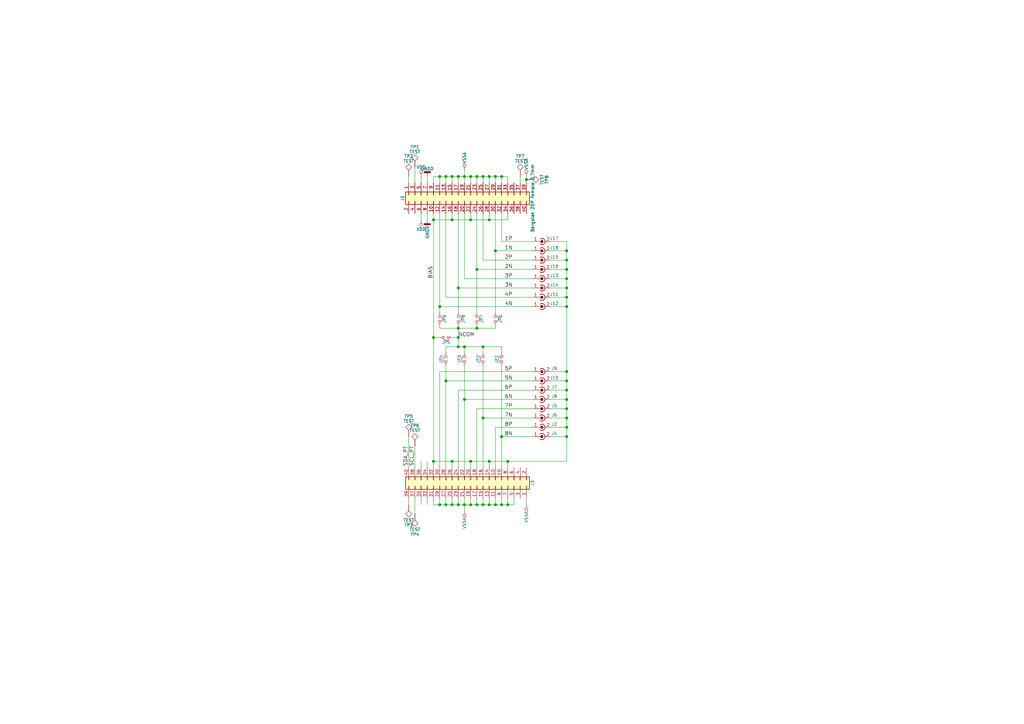
<source format=kicad_sch>
(kicad_sch (version 20201015) (generator eeschema)

  (paper "A3")

  (lib_symbols
    (symbol "cable_breakout-rescue:Conn_02x20_Odd_Even" (pin_names (offset 1.016) hide) (in_bom yes) (on_board yes)
      (property "Reference" "J" (id 0) (at 1.27 25.4 0)
        (effects (font (size 1.27 1.27)))
      )
      (property "Value" "Conn_02x20_Odd_Even" (id 1) (at 1.27 -27.94 0)
        (effects (font (size 1.27 1.27)))
      )
      (property "Footprint" "" (id 2) (at 0 0 0)
        (effects (font (size 1.27 1.27)) hide)
      )
      (property "Datasheet" "" (id 3) (at 0 0 0)
        (effects (font (size 1.27 1.27)) hide)
      )
      (property "ki_fp_filters" "Connector*:*2x??x*mm* Connector*:*2x???Pitch* Pin_Header_Straight_2X* Pin_Header_Angled_2X* Socket_Strip_Straight_2X* Socket_Strip_Angled_2X*" (id 4) (at 0 0 0)
        (effects (font (size 1.27 1.27)) hide)
      )
      (symbol "Conn_02x20_Odd_Even_1_1"
        (rectangle (start -1.27 -25.273) (end 0 -25.527)
          (stroke (width 0.1524)) (fill (type none))
        )
        (rectangle (start -1.27 -22.733) (end 0 -22.987)
          (stroke (width 0.1524)) (fill (type none))
        )
        (rectangle (start -1.27 -20.193) (end 0 -20.447)
          (stroke (width 0.1524)) (fill (type none))
        )
        (rectangle (start -1.27 -17.653) (end 0 -17.907)
          (stroke (width 0.1524)) (fill (type none))
        )
        (rectangle (start -1.27 -15.113) (end 0 -15.367)
          (stroke (width 0.1524)) (fill (type none))
        )
        (rectangle (start -1.27 -12.573) (end 0 -12.827)
          (stroke (width 0.1524)) (fill (type none))
        )
        (rectangle (start -1.27 -10.033) (end 0 -10.287)
          (stroke (width 0.1524)) (fill (type none))
        )
        (rectangle (start -1.27 -7.493) (end 0 -7.747)
          (stroke (width 0.1524)) (fill (type none))
        )
        (rectangle (start -1.27 -4.953) (end 0 -5.207)
          (stroke (width 0.1524)) (fill (type none))
        )
        (rectangle (start -1.27 -2.413) (end 0 -2.667)
          (stroke (width 0.1524)) (fill (type none))
        )
        (rectangle (start -1.27 0.127) (end 0 -0.127)
          (stroke (width 0.1524)) (fill (type none))
        )
        (rectangle (start -1.27 2.667) (end 0 2.413)
          (stroke (width 0.1524)) (fill (type none))
        )
        (rectangle (start -1.27 5.207) (end 0 4.953)
          (stroke (width 0.1524)) (fill (type none))
        )
        (rectangle (start -1.27 7.747) (end 0 7.493)
          (stroke (width 0.1524)) (fill (type none))
        )
        (rectangle (start -1.27 10.287) (end 0 10.033)
          (stroke (width 0.1524)) (fill (type none))
        )
        (rectangle (start -1.27 12.827) (end 0 12.573)
          (stroke (width 0.1524)) (fill (type none))
        )
        (rectangle (start -1.27 15.367) (end 0 15.113)
          (stroke (width 0.1524)) (fill (type none))
        )
        (rectangle (start -1.27 17.907) (end 0 17.653)
          (stroke (width 0.1524)) (fill (type none))
        )
        (rectangle (start -1.27 20.447) (end 0 20.193)
          (stroke (width 0.1524)) (fill (type none))
        )
        (rectangle (start -1.27 22.987) (end 0 22.733)
          (stroke (width 0.1524)) (fill (type none))
        )
        (rectangle (start 3.81 -25.273) (end 2.54 -25.527)
          (stroke (width 0.1524)) (fill (type none))
        )
        (rectangle (start 3.81 -22.733) (end 2.54 -22.987)
          (stroke (width 0.1524)) (fill (type none))
        )
        (rectangle (start 3.81 -20.193) (end 2.54 -20.447)
          (stroke (width 0.1524)) (fill (type none))
        )
        (rectangle (start 3.81 -17.653) (end 2.54 -17.907)
          (stroke (width 0.1524)) (fill (type none))
        )
        (rectangle (start 3.81 -15.113) (end 2.54 -15.367)
          (stroke (width 0.1524)) (fill (type none))
        )
        (rectangle (start 3.81 -12.573) (end 2.54 -12.827)
          (stroke (width 0.1524)) (fill (type none))
        )
        (rectangle (start 3.81 -10.033) (end 2.54 -10.287)
          (stroke (width 0.1524)) (fill (type none))
        )
        (rectangle (start 3.81 -7.493) (end 2.54 -7.747)
          (stroke (width 0.1524)) (fill (type none))
        )
        (rectangle (start 3.81 -4.953) (end 2.54 -5.207)
          (stroke (width 0.1524)) (fill (type none))
        )
        (rectangle (start 3.81 -2.413) (end 2.54 -2.667)
          (stroke (width 0.1524)) (fill (type none))
        )
        (rectangle (start 3.81 0.127) (end 2.54 -0.127)
          (stroke (width 0.1524)) (fill (type none))
        )
        (rectangle (start 3.81 2.667) (end 2.54 2.413)
          (stroke (width 0.1524)) (fill (type none))
        )
        (rectangle (start 3.81 5.207) (end 2.54 4.953)
          (stroke (width 0.1524)) (fill (type none))
        )
        (rectangle (start 3.81 7.747) (end 2.54 7.493)
          (stroke (width 0.1524)) (fill (type none))
        )
        (rectangle (start 3.81 10.287) (end 2.54 10.033)
          (stroke (width 0.1524)) (fill (type none))
        )
        (rectangle (start 3.81 12.827) (end 2.54 12.573)
          (stroke (width 0.1524)) (fill (type none))
        )
        (rectangle (start 3.81 15.367) (end 2.54 15.113)
          (stroke (width 0.1524)) (fill (type none))
        )
        (rectangle (start 3.81 17.907) (end 2.54 17.653)
          (stroke (width 0.1524)) (fill (type none))
        )
        (rectangle (start 3.81 20.447) (end 2.54 20.193)
          (stroke (width 0.1524)) (fill (type none))
        )
        (rectangle (start 3.81 22.987) (end 2.54 22.733)
          (stroke (width 0.1524)) (fill (type none))
        )
        (rectangle (start -1.27 24.13) (end 3.81 -26.67)
          (stroke (width 0.254)) (fill (type background))
        )
        (pin passive line (at -5.08 22.86 0) (length 3.81)
          (name "Pin_1" (effects (font (size 1.27 1.27))))
          (number "1" (effects (font (size 1.27 1.27))))
        )
        (pin passive line (at 7.62 12.7 180) (length 3.81)
          (name "Pin_10" (effects (font (size 1.27 1.27))))
          (number "10" (effects (font (size 1.27 1.27))))
        )
        (pin passive line (at -5.08 10.16 0) (length 3.81)
          (name "Pin_11" (effects (font (size 1.27 1.27))))
          (number "11" (effects (font (size 1.27 1.27))))
        )
        (pin passive line (at 7.62 10.16 180) (length 3.81)
          (name "Pin_12" (effects (font (size 1.27 1.27))))
          (number "12" (effects (font (size 1.27 1.27))))
        )
        (pin passive line (at -5.08 7.62 0) (length 3.81)
          (name "Pin_13" (effects (font (size 1.27 1.27))))
          (number "13" (effects (font (size 1.27 1.27))))
        )
        (pin passive line (at 7.62 7.62 180) (length 3.81)
          (name "Pin_14" (effects (font (size 1.27 1.27))))
          (number "14" (effects (font (size 1.27 1.27))))
        )
        (pin passive line (at -5.08 5.08 0) (length 3.81)
          (name "Pin_15" (effects (font (size 1.27 1.27))))
          (number "15" (effects (font (size 1.27 1.27))))
        )
        (pin passive line (at 7.62 5.08 180) (length 3.81)
          (name "Pin_16" (effects (font (size 1.27 1.27))))
          (number "16" (effects (font (size 1.27 1.27))))
        )
        (pin passive line (at -5.08 2.54 0) (length 3.81)
          (name "Pin_17" (effects (font (size 1.27 1.27))))
          (number "17" (effects (font (size 1.27 1.27))))
        )
        (pin passive line (at 7.62 2.54 180) (length 3.81)
          (name "Pin_18" (effects (font (size 1.27 1.27))))
          (number "18" (effects (font (size 1.27 1.27))))
        )
        (pin passive line (at -5.08 0 0) (length 3.81)
          (name "Pin_19" (effects (font (size 1.27 1.27))))
          (number "19" (effects (font (size 1.27 1.27))))
        )
        (pin passive line (at 7.62 22.86 180) (length 3.81)
          (name "Pin_2" (effects (font (size 1.27 1.27))))
          (number "2" (effects (font (size 1.27 1.27))))
        )
        (pin passive line (at 7.62 0 180) (length 3.81)
          (name "Pin_20" (effects (font (size 1.27 1.27))))
          (number "20" (effects (font (size 1.27 1.27))))
        )
        (pin passive line (at -5.08 -2.54 0) (length 3.81)
          (name "Pin_21" (effects (font (size 1.27 1.27))))
          (number "21" (effects (font (size 1.27 1.27))))
        )
        (pin passive line (at 7.62 -2.54 180) (length 3.81)
          (name "Pin_22" (effects (font (size 1.27 1.27))))
          (number "22" (effects (font (size 1.27 1.27))))
        )
        (pin passive line (at -5.08 -5.08 0) (length 3.81)
          (name "Pin_23" (effects (font (size 1.27 1.27))))
          (number "23" (effects (font (size 1.27 1.27))))
        )
        (pin passive line (at 7.62 -5.08 180) (length 3.81)
          (name "Pin_24" (effects (font (size 1.27 1.27))))
          (number "24" (effects (font (size 1.27 1.27))))
        )
        (pin passive line (at -5.08 -7.62 0) (length 3.81)
          (name "Pin_25" (effects (font (size 1.27 1.27))))
          (number "25" (effects (font (size 1.27 1.27))))
        )
        (pin passive line (at 7.62 -7.62 180) (length 3.81)
          (name "Pin_26" (effects (font (size 1.27 1.27))))
          (number "26" (effects (font (size 1.27 1.27))))
        )
        (pin passive line (at -5.08 -10.16 0) (length 3.81)
          (name "Pin_27" (effects (font (size 1.27 1.27))))
          (number "27" (effects (font (size 1.27 1.27))))
        )
        (pin passive line (at 7.62 -10.16 180) (length 3.81)
          (name "Pin_28" (effects (font (size 1.27 1.27))))
          (number "28" (effects (font (size 1.27 1.27))))
        )
        (pin passive line (at -5.08 -12.7 0) (length 3.81)
          (name "Pin_29" (effects (font (size 1.27 1.27))))
          (number "29" (effects (font (size 1.27 1.27))))
        )
        (pin passive line (at -5.08 20.32 0) (length 3.81)
          (name "Pin_3" (effects (font (size 1.27 1.27))))
          (number "3" (effects (font (size 1.27 1.27))))
        )
        (pin passive line (at 7.62 -12.7 180) (length 3.81)
          (name "Pin_30" (effects (font (size 1.27 1.27))))
          (number "30" (effects (font (size 1.27 1.27))))
        )
        (pin passive line (at -5.08 -15.24 0) (length 3.81)
          (name "Pin_31" (effects (font (size 1.27 1.27))))
          (number "31" (effects (font (size 1.27 1.27))))
        )
        (pin passive line (at 7.62 -15.24 180) (length 3.81)
          (name "Pin_32" (effects (font (size 1.27 1.27))))
          (number "32" (effects (font (size 1.27 1.27))))
        )
        (pin passive line (at -5.08 -17.78 0) (length 3.81)
          (name "Pin_33" (effects (font (size 1.27 1.27))))
          (number "33" (effects (font (size 1.27 1.27))))
        )
        (pin passive line (at 7.62 -17.78 180) (length 3.81)
          (name "Pin_34" (effects (font (size 1.27 1.27))))
          (number "34" (effects (font (size 1.27 1.27))))
        )
        (pin passive line (at -5.08 -20.32 0) (length 3.81)
          (name "Pin_35" (effects (font (size 1.27 1.27))))
          (number "35" (effects (font (size 1.27 1.27))))
        )
        (pin passive line (at 7.62 -20.32 180) (length 3.81)
          (name "Pin_36" (effects (font (size 1.27 1.27))))
          (number "36" (effects (font (size 1.27 1.27))))
        )
        (pin passive line (at -5.08 -22.86 0) (length 3.81)
          (name "Pin_37" (effects (font (size 1.27 1.27))))
          (number "37" (effects (font (size 1.27 1.27))))
        )
        (pin passive line (at 7.62 -22.86 180) (length 3.81)
          (name "Pin_38" (effects (font (size 1.27 1.27))))
          (number "38" (effects (font (size 1.27 1.27))))
        )
        (pin passive line (at -5.08 -25.4 0) (length 3.81)
          (name "Pin_39" (effects (font (size 1.27 1.27))))
          (number "39" (effects (font (size 1.27 1.27))))
        )
        (pin passive line (at 7.62 20.32 180) (length 3.81)
          (name "Pin_4" (effects (font (size 1.27 1.27))))
          (number "4" (effects (font (size 1.27 1.27))))
        )
        (pin passive line (at 7.62 -25.4 180) (length 3.81)
          (name "Pin_40" (effects (font (size 1.27 1.27))))
          (number "40" (effects (font (size 1.27 1.27))))
        )
        (pin passive line (at -5.08 17.78 0) (length 3.81)
          (name "Pin_5" (effects (font (size 1.27 1.27))))
          (number "5" (effects (font (size 1.27 1.27))))
        )
        (pin passive line (at 7.62 17.78 180) (length 3.81)
          (name "Pin_6" (effects (font (size 1.27 1.27))))
          (number "6" (effects (font (size 1.27 1.27))))
        )
        (pin passive line (at -5.08 15.24 0) (length 3.81)
          (name "Pin_7" (effects (font (size 1.27 1.27))))
          (number "7" (effects (font (size 1.27 1.27))))
        )
        (pin passive line (at 7.62 15.24 180) (length 3.81)
          (name "Pin_8" (effects (font (size 1.27 1.27))))
          (number "8" (effects (font (size 1.27 1.27))))
        )
        (pin passive line (at -5.08 12.7 0) (length 3.81)
          (name "Pin_9" (effects (font (size 1.27 1.27))))
          (number "9" (effects (font (size 1.27 1.27))))
        )
      )
    )
    (symbol "cable_breakout-rescue:Conn_Coaxial_Power" (pin_names (offset 1.016) hide) (in_bom yes) (on_board yes)
      (property "Reference" "J" (id 0) (at -5.08 -1.27 90)
        (effects (font (size 1.27 1.27)))
      )
      (property "Value" "Conn_Coaxial_Power" (id 1) (at -3.175 -1.27 90)
        (effects (font (size 1.27 1.27)))
      )
      (property "Footprint" "" (id 2) (at 0 -1.27 0)
        (effects (font (size 1.27 1.27)) hide)
      )
      (property "Datasheet" "" (id 3) (at 0 -1.27 0)
        (effects (font (size 1.27 1.27)) hide)
      )
      (property "ki_fp_filters" "*BNC* *SMA* *SMB* *SMC* *Cinch*" (id 4) (at 0 0 0)
        (effects (font (size 1.27 1.27)) hide)
      )
      (symbol "Conn_Coaxial_Power_0_1"
        (arc (start 1.016 -0.508) (end 1.27 -1.27) (radius (at 0 -1.27) (length 1.27) (angles 36.9 0))
          (stroke (width 0.254)) (fill (type none))
        )
        (arc (start -1.27 -1.27) (end -1.016 -0.508) (radius (at 0 -1.27) (length 1.27) (angles 180 143.1))
          (stroke (width 0.254)) (fill (type none))
        )
        (arc (start -1.27 -1.27) (end 1.27 -1.27) (radius (at 0 -1.27) (length 1.27) (angles -179.9 -0.1))
          (stroke (width 0.254)) (fill (type none))
        )
        (circle (center 0 -1.27) (radius 0.508) (stroke (width 0.2032)) (fill (type outline)))
        (polyline
          (pts
            (xy 0 -2.54)
            (xy 0 -3.048)
          )
          (stroke (width 0)) (fill (type none))
        )
        (polyline
          (pts
            (xy 0 0)
            (xy 0 -1.27)
          )
          (stroke (width 0)) (fill (type none))
        )
      )
      (symbol "Conn_Coaxial_Power_1_1"
        (pin passive line (at 0 2.54 270) (length 2.54)
          (name "In" (effects (font (size 1.27 1.27))))
          (number "1" (effects (font (size 1.27 1.27))))
        )
        (pin passive line (at 0 -5.08 90) (length 2.54)
          (name "Ext" (effects (font (size 1.27 1.27))))
          (number "2" (effects (font (size 1.27 1.27))))
        )
      )
    )
    (symbol "cable_breakout-rescue:GNDD" (power) (pin_names (offset 0)) (in_bom yes) (on_board yes)
      (property "Reference" "#PWR" (id 0) (at 0 -6.35 0)
        (effects (font (size 1.27 1.27)) hide)
      )
      (property "Value" "GNDD" (id 1) (at 0 -3.175 0)
        (effects (font (size 1.27 1.27)))
      )
      (property "Footprint" "" (id 2) (at 0 0 0)
        (effects (font (size 1.27 1.27)) hide)
      )
      (property "Datasheet" "" (id 3) (at 0 0 0)
        (effects (font (size 1.27 1.27)) hide)
      )
      (symbol "GNDD_0_1"
        (rectangle (start -1.27 -1.524) (end 1.27 -2.032)
          (stroke (width 0.254)) (fill (type outline))
        )
        (polyline
          (pts
            (xy 0 0)
            (xy 0 -1.524)
          )
          (stroke (width 0)) (fill (type none))
        )
      )
      (symbol "GNDD_1_1"
        (pin power_in line (at 0 0 270) (length 0) hide
          (name "GNDD" (effects (font (size 1.27 1.27))))
          (number "1" (effects (font (size 1.27 1.27))))
        )
      )
    )
    (symbol "cable_breakout-rescue:Jumper_NC_Small" (pin_numbers hide) (pin_names (offset 0.762) hide) (in_bom yes) (on_board yes)
      (property "Reference" "JP" (id 0) (at 0 2.032 0)
        (effects (font (size 1.27 1.27)))
      )
      (property "Value" "Jumper_NC_Small" (id 1) (at 0.254 -1.524 0)
        (effects (font (size 1.27 1.27)))
      )
      (property "Footprint" "" (id 2) (at 0 0 0)
        (effects (font (size 1.27 1.27)) hide)
      )
      (property "Datasheet" "" (id 3) (at 0 0 0)
        (effects (font (size 1.27 1.27)) hide)
      )
      (symbol "Jumper_NC_Small_0_1"
        (arc (start 1.016 0.762) (end -1.016 0.762) (radius (at 0 -0.254) (length 1.4478) (angles 45 135))
          (stroke (width 0)) (fill (type none))
        )
        (circle (center -1.016 0) (radius 0.508) (stroke (width 0)) (fill (type none)))
        (circle (center 1.016 0) (radius 0.508) (stroke (width 0)) (fill (type none)))
        (pin passive line (at -2.54 0 0) (length 1.016)
          (name "1" (effects (font (size 1.27 1.27))))
          (number "1" (effects (font (size 1.27 1.27))))
        )
        (pin passive line (at 2.54 0 180) (length 1.016)
          (name "2" (effects (font (size 1.27 1.27))))
          (number "2" (effects (font (size 1.27 1.27))))
        )
      )
    )
    (symbol "cable_breakout-rescue:TEST" (pin_numbers hide) (pin_names (offset 1.016) hide) (in_bom yes) (on_board yes)
      (property "Reference" "TP" (id 0) (at 0 7.62 0)
        (effects (font (size 1.27 1.27)) (justify bottom))
      )
      (property "Value" "TEST" (id 1) (at 0 6.35 0)
        (effects (font (size 1.27 1.27)))
      )
      (property "Footprint" "" (id 2) (at 0 0 0)
        (effects (font (size 1.27 1.27)) hide)
      )
      (property "Datasheet" "" (id 3) (at 0 0 0)
        (effects (font (size 1.27 1.27)) hide)
      )
      (symbol "TEST_0_1"
        (polyline
          (pts
            (xy 0 5.08)
            (xy -1.27 3.81)
            (xy 0 2.54)
            (xy 1.27 3.81)
            (xy 0 5.08)
            (xy 0 5.08)
          )
          (stroke (width 0)) (fill (type none))
        )
      )
      (symbol "TEST_1_1"
        (pin passive line (at 0 0 90) (length 2.54)
          (name "~" (effects (font (size 1.27 1.27))))
          (number "1" (effects (font (size 1.27 1.27))))
        )
      )
    )
    (symbol "cable_breakout-rescue:VDD" (power) (pin_names (offset 0)) (in_bom yes) (on_board yes)
      (property "Reference" "#PWR" (id 0) (at 0 -3.81 0)
        (effects (font (size 1.27 1.27)) hide)
      )
      (property "Value" "VDD" (id 1) (at 0 3.81 0)
        (effects (font (size 1.27 1.27)))
      )
      (property "Footprint" "" (id 2) (at 0 0 0)
        (effects (font (size 1.27 1.27)) hide)
      )
      (property "Datasheet" "" (id 3) (at 0 0 0)
        (effects (font (size 1.27 1.27)) hide)
      )
      (symbol "VDD_0_1"
        (circle (center 0 1.905) (radius 0.635) (stroke (width 0)) (fill (type none)))
        (polyline
          (pts
            (xy 0 0)
            (xy 0 1.27)
          )
          (stroke (width 0)) (fill (type none))
        )
      )
      (symbol "VDD_1_1"
        (pin power_in line (at 0 0 90) (length 0) hide
          (name "VDD" (effects (font (size 1.27 1.27))))
          (number "1" (effects (font (size 1.27 1.27))))
        )
      )
    )
    (symbol "cable_breakout-rescue:VSSA" (power) (pin_names (offset 0)) (in_bom yes) (on_board yes)
      (property "Reference" "#PWR" (id 0) (at 0 -3.81 0)
        (effects (font (size 1.27 1.27)) hide)
      )
      (property "Value" "VSSA" (id 1) (at 0 3.81 0)
        (effects (font (size 1.27 1.27)))
      )
      (property "Footprint" "" (id 2) (at 0 0 0)
        (effects (font (size 1.27 1.27)) hide)
      )
      (property "Datasheet" "" (id 3) (at 0 0 0)
        (effects (font (size 1.27 1.27)) hide)
      )
      (symbol "VSSA_0_1"
        (circle (center 0 1.905) (radius 0.635) (stroke (width 0)) (fill (type none)))
        (polyline
          (pts
            (xy 0 0)
            (xy 0 1.27)
          )
          (stroke (width 0)) (fill (type none))
        )
      )
      (symbol "VSSA_1_1"
        (pin power_in line (at 0 0 90) (length 0) hide
          (name "VSSA" (effects (font (size 1.27 1.27))))
          (number "1" (effects (font (size 1.27 1.27))))
        )
      )
    )
  )

  (junction (at 177.8 90.17) (diameter 1.016) (color 0 0 0 0))
  (junction (at 177.8 138.43) (diameter 1.016) (color 0 0 0 0))
  (junction (at 177.8 189.23) (diameter 1.016) (color 0 0 0 0))
  (junction (at 180.34 72.39) (diameter 1.016) (color 0 0 0 0))
  (junction (at 180.34 125.73) (diameter 1.016) (color 0 0 0 0))
  (junction (at 180.34 207.01) (diameter 1.016) (color 0 0 0 0))
  (junction (at 182.88 72.39) (diameter 1.016) (color 0 0 0 0))
  (junction (at 182.88 156.21) (diameter 1.016) (color 0 0 0 0))
  (junction (at 182.88 207.01) (diameter 1.016) (color 0 0 0 0))
  (junction (at 185.42 72.39) (diameter 1.016) (color 0 0 0 0))
  (junction (at 185.42 90.17) (diameter 1.016) (color 0 0 0 0))
  (junction (at 185.42 189.23) (diameter 1.016) (color 0 0 0 0))
  (junction (at 185.42 207.01) (diameter 1.016) (color 0 0 0 0))
  (junction (at 187.96 72.39) (diameter 1.016) (color 0 0 0 0))
  (junction (at 187.96 118.11) (diameter 1.016) (color 0 0 0 0))
  (junction (at 187.96 134.62) (diameter 1.016) (color 0 0 0 0))
  (junction (at 187.96 138.43) (diameter 1.016) (color 0 0 0 0))
  (junction (at 187.96 142.24) (diameter 1.016) (color 0 0 0 0))
  (junction (at 187.96 207.01) (diameter 1.016) (color 0 0 0 0))
  (junction (at 190.5 72.39) (diameter 1.016) (color 0 0 0 0))
  (junction (at 190.5 142.24) (diameter 1.016) (color 0 0 0 0))
  (junction (at 190.5 163.83) (diameter 1.016) (color 0 0 0 0))
  (junction (at 190.5 207.01) (diameter 1.016) (color 0 0 0 0))
  (junction (at 193.04 72.39) (diameter 1.016) (color 0 0 0 0))
  (junction (at 193.04 90.17) (diameter 1.016) (color 0 0 0 0))
  (junction (at 193.04 189.23) (diameter 1.016) (color 0 0 0 0))
  (junction (at 193.04 207.01) (diameter 1.016) (color 0 0 0 0))
  (junction (at 195.58 72.39) (diameter 1.016) (color 0 0 0 0))
  (junction (at 195.58 110.49) (diameter 1.016) (color 0 0 0 0))
  (junction (at 195.58 134.62) (diameter 1.016) (color 0 0 0 0))
  (junction (at 195.58 207.01) (diameter 1.016) (color 0 0 0 0))
  (junction (at 198.12 72.39) (diameter 1.016) (color 0 0 0 0))
  (junction (at 198.12 142.24) (diameter 1.016) (color 0 0 0 0))
  (junction (at 198.12 171.45) (diameter 1.016) (color 0 0 0 0))
  (junction (at 198.12 207.01) (diameter 1.016) (color 0 0 0 0))
  (junction (at 200.66 72.39) (diameter 1.016) (color 0 0 0 0))
  (junction (at 200.66 90.17) (diameter 1.016) (color 0 0 0 0))
  (junction (at 200.66 189.23) (diameter 1.016) (color 0 0 0 0))
  (junction (at 200.66 207.01) (diameter 1.016) (color 0 0 0 0))
  (junction (at 203.2 72.39) (diameter 1.016) (color 0 0 0 0))
  (junction (at 203.2 102.87) (diameter 1.016) (color 0 0 0 0))
  (junction (at 203.2 207.01) (diameter 1.016) (color 0 0 0 0))
  (junction (at 205.74 72.39) (diameter 1.016) (color 0 0 0 0))
  (junction (at 205.74 179.07) (diameter 1.016) (color 0 0 0 0))
  (junction (at 205.74 207.01) (diameter 1.016) (color 0 0 0 0))
  (junction (at 208.28 189.23) (diameter 1.016) (color 0 0 0 0))
  (junction (at 208.28 207.01) (diameter 1.016) (color 0 0 0 0))
  (junction (at 215.9 73.66) (diameter 1.016) (color 0 0 0 0))
  (junction (at 232.41 102.87) (diameter 1.016) (color 0 0 0 0))
  (junction (at 232.41 106.68) (diameter 1.016) (color 0 0 0 0))
  (junction (at 232.41 110.49) (diameter 1.016) (color 0 0 0 0))
  (junction (at 232.41 114.3) (diameter 1.016) (color 0 0 0 0))
  (junction (at 232.41 118.11) (diameter 1.016) (color 0 0 0 0))
  (junction (at 232.41 121.92) (diameter 1.016) (color 0 0 0 0))
  (junction (at 232.41 125.73) (diameter 1.016) (color 0 0 0 0))
  (junction (at 232.41 152.4) (diameter 1.016) (color 0 0 0 0))
  (junction (at 232.41 156.21) (diameter 1.016) (color 0 0 0 0))
  (junction (at 232.41 160.02) (diameter 1.016) (color 0 0 0 0))
  (junction (at 232.41 163.83) (diameter 1.016) (color 0 0 0 0))
  (junction (at 232.41 167.64) (diameter 1.016) (color 0 0 0 0))
  (junction (at 232.41 171.45) (diameter 1.016) (color 0 0 0 0))
  (junction (at 232.41 175.26) (diameter 1.016) (color 0 0 0 0))
  (junction (at 232.41 179.07) (diameter 1.016) (color 0 0 0 0))

  (wire (pts (xy 167.64 72.39) (xy 167.64 74.93))
    (stroke (width 0) (type solid) (color 0 0 0 0))
  )
  (wire (pts (xy 167.64 179.07) (xy 167.64 191.77))
    (stroke (width 0) (type solid) (color 0 0 0 0))
  )
  (wire (pts (xy 167.64 204.47) (xy 167.64 207.01))
    (stroke (width 0) (type solid) (color 0 0 0 0))
  )
  (wire (pts (xy 170.18 68.58) (xy 170.18 74.93))
    (stroke (width 0) (type solid) (color 0 0 0 0))
  )
  (wire (pts (xy 170.18 182.88) (xy 170.18 191.77))
    (stroke (width 0) (type solid) (color 0 0 0 0))
  )
  (wire (pts (xy 170.18 210.82) (xy 170.18 204.47))
    (stroke (width 0) (type solid) (color 0 0 0 0))
  )
  (wire (pts (xy 172.72 72.39) (xy 172.72 74.93))
    (stroke (width 0) (type solid) (color 0 0 0 0))
  )
  (wire (pts (xy 172.72 90.17) (xy 172.72 87.63))
    (stroke (width 0) (type solid) (color 0 0 0 0))
  )
  (wire (pts (xy 172.72 189.23) (xy 172.72 191.77))
    (stroke (width 0) (type solid) (color 0 0 0 0))
  )
  (wire (pts (xy 172.72 207.01) (xy 172.72 204.47))
    (stroke (width 0) (type solid) (color 0 0 0 0))
  )
  (wire (pts (xy 175.26 72.39) (xy 175.26 74.93))
    (stroke (width 0) (type solid) (color 0 0 0 0))
  )
  (wire (pts (xy 175.26 90.17) (xy 175.26 87.63))
    (stroke (width 0) (type solid) (color 0 0 0 0))
  )
  (wire (pts (xy 175.26 189.23) (xy 175.26 191.77))
    (stroke (width 0) (type solid) (color 0 0 0 0))
  )
  (wire (pts (xy 175.26 207.01) (xy 175.26 204.47))
    (stroke (width 0) (type solid) (color 0 0 0 0))
  )
  (wire (pts (xy 177.8 72.39) (xy 180.34 72.39))
    (stroke (width 0) (type solid) (color 0 0 0 0))
  )
  (wire (pts (xy 177.8 74.93) (xy 177.8 72.39))
    (stroke (width 0) (type solid) (color 0 0 0 0))
  )
  (wire (pts (xy 177.8 87.63) (xy 177.8 90.17))
    (stroke (width 0) (type solid) (color 0 0 0 0))
  )
  (wire (pts (xy 177.8 90.17) (xy 177.8 138.43))
    (stroke (width 0) (type solid) (color 0 0 0 0))
  )
  (wire (pts (xy 177.8 90.17) (xy 185.42 90.17))
    (stroke (width 0) (type solid) (color 0 0 0 0))
  )
  (wire (pts (xy 177.8 138.43) (xy 177.8 189.23))
    (stroke (width 0) (type solid) (color 0 0 0 0))
  )
  (wire (pts (xy 177.8 189.23) (xy 177.8 191.77))
    (stroke (width 0) (type solid) (color 0 0 0 0))
  )
  (wire (pts (xy 177.8 189.23) (xy 185.42 189.23))
    (stroke (width 0) (type solid) (color 0 0 0 0))
  )
  (wire (pts (xy 177.8 204.47) (xy 177.8 207.01))
    (stroke (width 0) (type solid) (color 0 0 0 0))
  )
  (wire (pts (xy 177.8 207.01) (xy 180.34 207.01))
    (stroke (width 0) (type solid) (color 0 0 0 0))
  )
  (wire (pts (xy 180.34 72.39) (xy 182.88 72.39))
    (stroke (width 0) (type solid) (color 0 0 0 0))
  )
  (wire (pts (xy 180.34 74.93) (xy 180.34 72.39))
    (stroke (width 0) (type solid) (color 0 0 0 0))
  )
  (wire (pts (xy 180.34 87.63) (xy 180.34 125.73))
    (stroke (width 0) (type solid) (color 0 0 0 0))
  )
  (wire (pts (xy 180.34 125.73) (xy 180.34 128.27))
    (stroke (width 0) (type solid) (color 0 0 0 0))
  )
  (wire (pts (xy 180.34 133.35) (xy 180.34 134.62))
    (stroke (width 0) (type solid) (color 0 0 0 0))
  )
  (wire (pts (xy 180.34 134.62) (xy 187.96 134.62))
    (stroke (width 0) (type solid) (color 0 0 0 0))
  )
  (wire (pts (xy 180.34 138.43) (xy 177.8 138.43))
    (stroke (width 0) (type solid) (color 0 0 0 0))
  )
  (wire (pts (xy 180.34 152.4) (xy 180.34 191.77))
    (stroke (width 0) (type solid) (color 0 0 0 0))
  )
  (wire (pts (xy 180.34 204.47) (xy 180.34 207.01))
    (stroke (width 0) (type solid) (color 0 0 0 0))
  )
  (wire (pts (xy 180.34 207.01) (xy 182.88 207.01))
    (stroke (width 0) (type solid) (color 0 0 0 0))
  )
  (wire (pts (xy 182.88 72.39) (xy 182.88 74.93))
    (stroke (width 0) (type solid) (color 0 0 0 0))
  )
  (wire (pts (xy 182.88 72.39) (xy 185.42 72.39))
    (stroke (width 0) (type solid) (color 0 0 0 0))
  )
  (wire (pts (xy 182.88 121.92) (xy 182.88 87.63))
    (stroke (width 0) (type solid) (color 0 0 0 0))
  )
  (wire (pts (xy 182.88 142.24) (xy 182.88 144.78))
    (stroke (width 0) (type solid) (color 0 0 0 0))
  )
  (wire (pts (xy 182.88 142.24) (xy 187.96 142.24))
    (stroke (width 0) (type solid) (color 0 0 0 0))
  )
  (wire (pts (xy 182.88 149.86) (xy 182.88 156.21))
    (stroke (width 0) (type solid) (color 0 0 0 0))
  )
  (wire (pts (xy 182.88 156.21) (xy 182.88 191.77))
    (stroke (width 0) (type solid) (color 0 0 0 0))
  )
  (wire (pts (xy 182.88 207.01) (xy 182.88 204.47))
    (stroke (width 0) (type solid) (color 0 0 0 0))
  )
  (wire (pts (xy 182.88 207.01) (xy 185.42 207.01))
    (stroke (width 0) (type solid) (color 0 0 0 0))
  )
  (wire (pts (xy 185.42 72.39) (xy 185.42 74.93))
    (stroke (width 0) (type solid) (color 0 0 0 0))
  )
  (wire (pts (xy 185.42 72.39) (xy 187.96 72.39))
    (stroke (width 0) (type solid) (color 0 0 0 0))
  )
  (wire (pts (xy 185.42 90.17) (xy 185.42 87.63))
    (stroke (width 0) (type solid) (color 0 0 0 0))
  )
  (wire (pts (xy 185.42 90.17) (xy 193.04 90.17))
    (stroke (width 0) (type solid) (color 0 0 0 0))
  )
  (wire (pts (xy 185.42 189.23) (xy 185.42 191.77))
    (stroke (width 0) (type solid) (color 0 0 0 0))
  )
  (wire (pts (xy 185.42 189.23) (xy 193.04 189.23))
    (stroke (width 0) (type solid) (color 0 0 0 0))
  )
  (wire (pts (xy 185.42 207.01) (xy 185.42 204.47))
    (stroke (width 0) (type solid) (color 0 0 0 0))
  )
  (wire (pts (xy 185.42 207.01) (xy 187.96 207.01))
    (stroke (width 0) (type solid) (color 0 0 0 0))
  )
  (wire (pts (xy 187.96 72.39) (xy 187.96 74.93))
    (stroke (width 0) (type solid) (color 0 0 0 0))
  )
  (wire (pts (xy 187.96 72.39) (xy 190.5 72.39))
    (stroke (width 0) (type solid) (color 0 0 0 0))
  )
  (wire (pts (xy 187.96 87.63) (xy 187.96 118.11))
    (stroke (width 0) (type solid) (color 0 0 0 0))
  )
  (wire (pts (xy 187.96 118.11) (xy 187.96 128.27))
    (stroke (width 0) (type solid) (color 0 0 0 0))
  )
  (wire (pts (xy 187.96 133.35) (xy 187.96 134.62))
    (stroke (width 0) (type solid) (color 0 0 0 0))
  )
  (wire (pts (xy 187.96 134.62) (xy 187.96 138.43))
    (stroke (width 0) (type solid) (color 0 0 0 0))
  )
  (wire (pts (xy 187.96 134.62) (xy 195.58 134.62))
    (stroke (width 0) (type solid) (color 0 0 0 0))
  )
  (wire (pts (xy 187.96 138.43) (xy 185.42 138.43))
    (stroke (width 0) (type solid) (color 0 0 0 0))
  )
  (wire (pts (xy 187.96 138.43) (xy 187.96 142.24))
    (stroke (width 0) (type solid) (color 0 0 0 0))
  )
  (wire (pts (xy 187.96 142.24) (xy 190.5 142.24))
    (stroke (width 0) (type solid) (color 0 0 0 0))
  )
  (wire (pts (xy 187.96 160.02) (xy 187.96 191.77))
    (stroke (width 0) (type solid) (color 0 0 0 0))
  )
  (wire (pts (xy 187.96 207.01) (xy 187.96 204.47))
    (stroke (width 0) (type solid) (color 0 0 0 0))
  )
  (wire (pts (xy 187.96 207.01) (xy 190.5 207.01))
    (stroke (width 0) (type solid) (color 0 0 0 0))
  )
  (wire (pts (xy 190.5 69.85) (xy 190.5 72.39))
    (stroke (width 0) (type solid) (color 0 0 0 0))
  )
  (wire (pts (xy 190.5 72.39) (xy 190.5 74.93))
    (stroke (width 0) (type solid) (color 0 0 0 0))
  )
  (wire (pts (xy 190.5 72.39) (xy 193.04 72.39))
    (stroke (width 0) (type solid) (color 0 0 0 0))
  )
  (wire (pts (xy 190.5 114.3) (xy 190.5 87.63))
    (stroke (width 0) (type solid) (color 0 0 0 0))
  )
  (wire (pts (xy 190.5 142.24) (xy 198.12 142.24))
    (stroke (width 0) (type solid) (color 0 0 0 0))
  )
  (wire (pts (xy 190.5 144.78) (xy 190.5 142.24))
    (stroke (width 0) (type solid) (color 0 0 0 0))
  )
  (wire (pts (xy 190.5 149.86) (xy 190.5 163.83))
    (stroke (width 0) (type solid) (color 0 0 0 0))
  )
  (wire (pts (xy 190.5 163.83) (xy 190.5 191.77))
    (stroke (width 0) (type solid) (color 0 0 0 0))
  )
  (wire (pts (xy 190.5 204.47) (xy 190.5 207.01))
    (stroke (width 0) (type solid) (color 0 0 0 0))
  )
  (wire (pts (xy 190.5 207.01) (xy 190.5 209.55))
    (stroke (width 0) (type solid) (color 0 0 0 0))
  )
  (wire (pts (xy 190.5 207.01) (xy 193.04 207.01))
    (stroke (width 0) (type solid) (color 0 0 0 0))
  )
  (wire (pts (xy 193.04 72.39) (xy 193.04 74.93))
    (stroke (width 0) (type solid) (color 0 0 0 0))
  )
  (wire (pts (xy 193.04 72.39) (xy 195.58 72.39))
    (stroke (width 0) (type solid) (color 0 0 0 0))
  )
  (wire (pts (xy 193.04 90.17) (xy 193.04 87.63))
    (stroke (width 0) (type solid) (color 0 0 0 0))
  )
  (wire (pts (xy 193.04 90.17) (xy 200.66 90.17))
    (stroke (width 0) (type solid) (color 0 0 0 0))
  )
  (wire (pts (xy 193.04 189.23) (xy 193.04 191.77))
    (stroke (width 0) (type solid) (color 0 0 0 0))
  )
  (wire (pts (xy 193.04 189.23) (xy 200.66 189.23))
    (stroke (width 0) (type solid) (color 0 0 0 0))
  )
  (wire (pts (xy 193.04 207.01) (xy 193.04 204.47))
    (stroke (width 0) (type solid) (color 0 0 0 0))
  )
  (wire (pts (xy 193.04 207.01) (xy 195.58 207.01))
    (stroke (width 0) (type solid) (color 0 0 0 0))
  )
  (wire (pts (xy 195.58 72.39) (xy 195.58 74.93))
    (stroke (width 0) (type solid) (color 0 0 0 0))
  )
  (wire (pts (xy 195.58 72.39) (xy 198.12 72.39))
    (stroke (width 0) (type solid) (color 0 0 0 0))
  )
  (wire (pts (xy 195.58 87.63) (xy 195.58 110.49))
    (stroke (width 0) (type solid) (color 0 0 0 0))
  )
  (wire (pts (xy 195.58 110.49) (xy 195.58 128.27))
    (stroke (width 0) (type solid) (color 0 0 0 0))
  )
  (wire (pts (xy 195.58 134.62) (xy 195.58 133.35))
    (stroke (width 0) (type solid) (color 0 0 0 0))
  )
  (wire (pts (xy 195.58 134.62) (xy 203.2 134.62))
    (stroke (width 0) (type solid) (color 0 0 0 0))
  )
  (wire (pts (xy 195.58 167.64) (xy 218.44 167.64))
    (stroke (width 0) (type solid) (color 0 0 0 0))
  )
  (wire (pts (xy 195.58 191.77) (xy 195.58 167.64))
    (stroke (width 0) (type solid) (color 0 0 0 0))
  )
  (wire (pts (xy 195.58 207.01) (xy 195.58 204.47))
    (stroke (width 0) (type solid) (color 0 0 0 0))
  )
  (wire (pts (xy 195.58 207.01) (xy 198.12 207.01))
    (stroke (width 0) (type solid) (color 0 0 0 0))
  )
  (wire (pts (xy 198.12 72.39) (xy 198.12 74.93))
    (stroke (width 0) (type solid) (color 0 0 0 0))
  )
  (wire (pts (xy 198.12 72.39) (xy 200.66 72.39))
    (stroke (width 0) (type solid) (color 0 0 0 0))
  )
  (wire (pts (xy 198.12 106.68) (xy 198.12 87.63))
    (stroke (width 0) (type solid) (color 0 0 0 0))
  )
  (wire (pts (xy 198.12 142.24) (xy 198.12 144.78))
    (stroke (width 0) (type solid) (color 0 0 0 0))
  )
  (wire (pts (xy 198.12 142.24) (xy 205.74 142.24))
    (stroke (width 0) (type solid) (color 0 0 0 0))
  )
  (wire (pts (xy 198.12 149.86) (xy 198.12 171.45))
    (stroke (width 0) (type solid) (color 0 0 0 0))
  )
  (wire (pts (xy 198.12 171.45) (xy 198.12 191.77))
    (stroke (width 0) (type solid) (color 0 0 0 0))
  )
  (wire (pts (xy 198.12 207.01) (xy 198.12 204.47))
    (stroke (width 0) (type solid) (color 0 0 0 0))
  )
  (wire (pts (xy 198.12 207.01) (xy 200.66 207.01))
    (stroke (width 0) (type solid) (color 0 0 0 0))
  )
  (wire (pts (xy 200.66 72.39) (xy 200.66 74.93))
    (stroke (width 0) (type solid) (color 0 0 0 0))
  )
  (wire (pts (xy 200.66 72.39) (xy 203.2 72.39))
    (stroke (width 0) (type solid) (color 0 0 0 0))
  )
  (wire (pts (xy 200.66 90.17) (xy 200.66 87.63))
    (stroke (width 0) (type solid) (color 0 0 0 0))
  )
  (wire (pts (xy 200.66 90.17) (xy 208.28 90.17))
    (stroke (width 0) (type solid) (color 0 0 0 0))
  )
  (wire (pts (xy 200.66 189.23) (xy 200.66 191.77))
    (stroke (width 0) (type solid) (color 0 0 0 0))
  )
  (wire (pts (xy 200.66 189.23) (xy 208.28 189.23))
    (stroke (width 0) (type solid) (color 0 0 0 0))
  )
  (wire (pts (xy 200.66 207.01) (xy 200.66 204.47))
    (stroke (width 0) (type solid) (color 0 0 0 0))
  )
  (wire (pts (xy 200.66 207.01) (xy 203.2 207.01))
    (stroke (width 0) (type solid) (color 0 0 0 0))
  )
  (wire (pts (xy 203.2 72.39) (xy 203.2 74.93))
    (stroke (width 0) (type solid) (color 0 0 0 0))
  )
  (wire (pts (xy 203.2 72.39) (xy 205.74 72.39))
    (stroke (width 0) (type solid) (color 0 0 0 0))
  )
  (wire (pts (xy 203.2 87.63) (xy 203.2 102.87))
    (stroke (width 0) (type solid) (color 0 0 0 0))
  )
  (wire (pts (xy 203.2 102.87) (xy 203.2 128.27))
    (stroke (width 0) (type solid) (color 0 0 0 0))
  )
  (wire (pts (xy 203.2 134.62) (xy 203.2 133.35))
    (stroke (width 0) (type solid) (color 0 0 0 0))
  )
  (wire (pts (xy 203.2 175.26) (xy 203.2 191.77))
    (stroke (width 0) (type solid) (color 0 0 0 0))
  )
  (wire (pts (xy 203.2 207.01) (xy 203.2 204.47))
    (stroke (width 0) (type solid) (color 0 0 0 0))
  )
  (wire (pts (xy 203.2 207.01) (xy 205.74 207.01))
    (stroke (width 0) (type solid) (color 0 0 0 0))
  )
  (wire (pts (xy 205.74 72.39) (xy 205.74 74.93))
    (stroke (width 0) (type solid) (color 0 0 0 0))
  )
  (wire (pts (xy 205.74 72.39) (xy 208.28 72.39))
    (stroke (width 0) (type solid) (color 0 0 0 0))
  )
  (wire (pts (xy 205.74 99.06) (xy 205.74 87.63))
    (stroke (width 0) (type solid) (color 0 0 0 0))
  )
  (wire (pts (xy 205.74 142.24) (xy 205.74 144.78))
    (stroke (width 0) (type solid) (color 0 0 0 0))
  )
  (wire (pts (xy 205.74 149.86) (xy 205.74 179.07))
    (stroke (width 0) (type solid) (color 0 0 0 0))
  )
  (wire (pts (xy 205.74 179.07) (xy 205.74 191.77))
    (stroke (width 0) (type solid) (color 0 0 0 0))
  )
  (wire (pts (xy 205.74 207.01) (xy 205.74 204.47))
    (stroke (width 0) (type solid) (color 0 0 0 0))
  )
  (wire (pts (xy 205.74 207.01) (xy 208.28 207.01))
    (stroke (width 0) (type solid) (color 0 0 0 0))
  )
  (wire (pts (xy 208.28 72.39) (xy 208.28 74.93))
    (stroke (width 0) (type solid) (color 0 0 0 0))
  )
  (wire (pts (xy 208.28 90.17) (xy 208.28 87.63))
    (stroke (width 0) (type solid) (color 0 0 0 0))
  )
  (wire (pts (xy 208.28 189.23) (xy 208.28 191.77))
    (stroke (width 0) (type solid) (color 0 0 0 0))
  )
  (wire (pts (xy 208.28 189.23) (xy 232.41 189.23))
    (stroke (width 0) (type solid) (color 0 0 0 0))
  )
  (wire (pts (xy 208.28 207.01) (xy 208.28 204.47))
    (stroke (width 0) (type solid) (color 0 0 0 0))
  )
  (wire (pts (xy 208.28 207.01) (xy 210.82 207.01))
    (stroke (width 0) (type solid) (color 0 0 0 0))
  )
  (wire (pts (xy 210.82 207.01) (xy 210.82 204.47))
    (stroke (width 0) (type solid) (color 0 0 0 0))
  )
  (wire (pts (xy 213.36 72.39) (xy 213.36 74.93))
    (stroke (width 0) (type solid) (color 0 0 0 0))
  )
  (wire (pts (xy 215.9 72.39) (xy 215.9 73.66))
    (stroke (width 0) (type solid) (color 0 0 0 0))
  )
  (wire (pts (xy 215.9 73.66) (xy 215.9 74.93))
    (stroke (width 0) (type solid) (color 0 0 0 0))
  )
  (wire (pts (xy 215.9 207.01) (xy 215.9 204.47))
    (stroke (width 0) (type solid) (color 0 0 0 0))
  )
  (wire (pts (xy 218.44 99.06) (xy 205.74 99.06))
    (stroke (width 0) (type solid) (color 0 0 0 0))
  )
  (wire (pts (xy 218.44 102.87) (xy 203.2 102.87))
    (stroke (width 0) (type solid) (color 0 0 0 0))
  )
  (wire (pts (xy 218.44 106.68) (xy 198.12 106.68))
    (stroke (width 0) (type solid) (color 0 0 0 0))
  )
  (wire (pts (xy 218.44 110.49) (xy 195.58 110.49))
    (stroke (width 0) (type solid) (color 0 0 0 0))
  )
  (wire (pts (xy 218.44 114.3) (xy 190.5 114.3))
    (stroke (width 0) (type solid) (color 0 0 0 0))
  )
  (wire (pts (xy 218.44 118.11) (xy 187.96 118.11))
    (stroke (width 0) (type solid) (color 0 0 0 0))
  )
  (wire (pts (xy 218.44 121.92) (xy 182.88 121.92))
    (stroke (width 0) (type solid) (color 0 0 0 0))
  )
  (wire (pts (xy 218.44 125.73) (xy 180.34 125.73))
    (stroke (width 0) (type solid) (color 0 0 0 0))
  )
  (wire (pts (xy 218.44 152.4) (xy 180.34 152.4))
    (stroke (width 0) (type solid) (color 0 0 0 0))
  )
  (wire (pts (xy 218.44 156.21) (xy 182.88 156.21))
    (stroke (width 0) (type solid) (color 0 0 0 0))
  )
  (wire (pts (xy 218.44 160.02) (xy 187.96 160.02))
    (stroke (width 0) (type solid) (color 0 0 0 0))
  )
  (wire (pts (xy 218.44 163.83) (xy 190.5 163.83))
    (stroke (width 0) (type solid) (color 0 0 0 0))
  )
  (wire (pts (xy 218.44 171.45) (xy 198.12 171.45))
    (stroke (width 0) (type solid) (color 0 0 0 0))
  )
  (wire (pts (xy 218.44 175.26) (xy 203.2 175.26))
    (stroke (width 0) (type solid) (color 0 0 0 0))
  )
  (wire (pts (xy 218.44 179.07) (xy 205.74 179.07))
    (stroke (width 0) (type solid) (color 0 0 0 0))
  )
  (wire (pts (xy 226.06 102.87) (xy 232.41 102.87))
    (stroke (width 0) (type solid) (color 0 0 0 0))
  )
  (wire (pts (xy 226.06 110.49) (xy 232.41 110.49))
    (stroke (width 0) (type solid) (color 0 0 0 0))
  )
  (wire (pts (xy 226.06 118.11) (xy 232.41 118.11))
    (stroke (width 0) (type solid) (color 0 0 0 0))
  )
  (wire (pts (xy 226.06 125.73) (xy 232.41 125.73))
    (stroke (width 0) (type solid) (color 0 0 0 0))
  )
  (wire (pts (xy 226.06 152.4) (xy 232.41 152.4))
    (stroke (width 0) (type solid) (color 0 0 0 0))
  )
  (wire (pts (xy 226.06 156.21) (xy 232.41 156.21))
    (stroke (width 0) (type solid) (color 0 0 0 0))
  )
  (wire (pts (xy 226.06 160.02) (xy 232.41 160.02))
    (stroke (width 0) (type solid) (color 0 0 0 0))
  )
  (wire (pts (xy 226.06 163.83) (xy 232.41 163.83))
    (stroke (width 0) (type solid) (color 0 0 0 0))
  )
  (wire (pts (xy 226.06 171.45) (xy 232.41 171.45))
    (stroke (width 0) (type solid) (color 0 0 0 0))
  )
  (wire (pts (xy 226.06 179.07) (xy 232.41 179.07))
    (stroke (width 0) (type solid) (color 0 0 0 0))
  )
  (wire (pts (xy 232.41 99.06) (xy 226.06 99.06))
    (stroke (width 0) (type solid) (color 0 0 0 0))
  )
  (wire (pts (xy 232.41 102.87) (xy 232.41 99.06))
    (stroke (width 0) (type solid) (color 0 0 0 0))
  )
  (wire (pts (xy 232.41 106.68) (xy 226.06 106.68))
    (stroke (width 0) (type solid) (color 0 0 0 0))
  )
  (wire (pts (xy 232.41 106.68) (xy 232.41 102.87))
    (stroke (width 0) (type solid) (color 0 0 0 0))
  )
  (wire (pts (xy 232.41 110.49) (xy 232.41 106.68))
    (stroke (width 0) (type solid) (color 0 0 0 0))
  )
  (wire (pts (xy 232.41 114.3) (xy 226.06 114.3))
    (stroke (width 0) (type solid) (color 0 0 0 0))
  )
  (wire (pts (xy 232.41 114.3) (xy 232.41 110.49))
    (stroke (width 0) (type solid) (color 0 0 0 0))
  )
  (wire (pts (xy 232.41 118.11) (xy 232.41 114.3))
    (stroke (width 0) (type solid) (color 0 0 0 0))
  )
  (wire (pts (xy 232.41 121.92) (xy 226.06 121.92))
    (stroke (width 0) (type solid) (color 0 0 0 0))
  )
  (wire (pts (xy 232.41 121.92) (xy 232.41 118.11))
    (stroke (width 0) (type solid) (color 0 0 0 0))
  )
  (wire (pts (xy 232.41 125.73) (xy 232.41 121.92))
    (stroke (width 0) (type solid) (color 0 0 0 0))
  )
  (wire (pts (xy 232.41 152.4) (xy 232.41 125.73))
    (stroke (width 0) (type solid) (color 0 0 0 0))
  )
  (wire (pts (xy 232.41 156.21) (xy 232.41 152.4))
    (stroke (width 0) (type solid) (color 0 0 0 0))
  )
  (wire (pts (xy 232.41 160.02) (xy 232.41 156.21))
    (stroke (width 0) (type solid) (color 0 0 0 0))
  )
  (wire (pts (xy 232.41 163.83) (xy 232.41 160.02))
    (stroke (width 0) (type solid) (color 0 0 0 0))
  )
  (wire (pts (xy 232.41 167.64) (xy 226.06 167.64))
    (stroke (width 0) (type solid) (color 0 0 0 0))
  )
  (wire (pts (xy 232.41 167.64) (xy 232.41 163.83))
    (stroke (width 0) (type solid) (color 0 0 0 0))
  )
  (wire (pts (xy 232.41 171.45) (xy 232.41 167.64))
    (stroke (width 0) (type solid) (color 0 0 0 0))
  )
  (wire (pts (xy 232.41 175.26) (xy 226.06 175.26))
    (stroke (width 0) (type solid) (color 0 0 0 0))
  )
  (wire (pts (xy 232.41 175.26) (xy 232.41 171.45))
    (stroke (width 0) (type solid) (color 0 0 0 0))
  )
  (wire (pts (xy 232.41 179.07) (xy 232.41 175.26))
    (stroke (width 0) (type solid) (color 0 0 0 0))
  )
  (wire (pts (xy 232.41 189.23) (xy 232.41 179.07))
    (stroke (width 0) (type solid) (color 0 0 0 0))
  )

  (label "SDA_PT" (at 167.64 182.88 270)
    (effects (font (size 1.524 1.524)) (justify right bottom))
  )
  (label "SCL_PT" (at 170.18 182.88 270)
    (effects (font (size 1.524 1.524)) (justify right bottom))
  )
  (label "BIAS" (at 177.8 114.3 90)
    (effects (font (size 1.524 1.524)) (justify left bottom))
  )
  (label "NCOM" (at 187.96 138.43 0)
    (effects (font (size 1.524 1.524)) (justify left bottom))
  )
  (label "1P" (at 207.01 99.06 0)
    (effects (font (size 1.524 1.524)) (justify left bottom))
  )
  (label "1N" (at 207.01 102.87 0)
    (effects (font (size 1.524 1.524)) (justify left bottom))
  )
  (label "2P" (at 207.01 106.68 0)
    (effects (font (size 1.524 1.524)) (justify left bottom))
  )
  (label "2N" (at 207.01 110.49 0)
    (effects (font (size 1.524 1.524)) (justify left bottom))
  )
  (label "3P" (at 207.01 114.3 0)
    (effects (font (size 1.524 1.524)) (justify left bottom))
  )
  (label "3N" (at 207.01 118.11 0)
    (effects (font (size 1.524 1.524)) (justify left bottom))
  )
  (label "4P" (at 207.01 121.92 0)
    (effects (font (size 1.524 1.524)) (justify left bottom))
  )
  (label "4N" (at 207.01 125.73 0)
    (effects (font (size 1.524 1.524)) (justify left bottom))
  )
  (label "5P" (at 207.01 152.4 0)
    (effects (font (size 1.524 1.524)) (justify left bottom))
  )
  (label "5N" (at 207.01 156.21 0)
    (effects (font (size 1.524 1.524)) (justify left bottom))
  )
  (label "6P" (at 207.01 160.02 0)
    (effects (font (size 1.524 1.524)) (justify left bottom))
  )
  (label "6N" (at 207.01 163.83 0)
    (effects (font (size 1.524 1.524)) (justify left bottom))
  )
  (label "7P" (at 207.01 167.64 0)
    (effects (font (size 1.524 1.524)) (justify left bottom))
  )
  (label "7N" (at 207.01 171.45 0)
    (effects (font (size 1.524 1.524)) (justify left bottom))
  )
  (label "8P" (at 207.01 175.26 0)
    (effects (font (size 1.524 1.524)) (justify left bottom))
  )
  (label "8N" (at 207.01 179.07 0)
    (effects (font (size 1.524 1.524)) (justify left bottom))
  )

  (symbol (lib_id "cable_breakout-rescue:VDD") (at 172.72 72.39 0) (mirror y) (unit 1)
    (in_bom yes) (on_board yes)
    (uuid "00000000-0000-0000-0000-00005b35b671")
    (property "Reference" "#PWR2" (id 0) (at 172.72 76.2 0)
      (effects (font (size 1.27 1.27)) hide)
    )
    (property "Value" "VDD" (id 1) (at 172.72 68.58 0))
    (property "Footprint" "" (id 2) (at 172.72 72.39 0)
      (effects (font (size 1.27 1.27)) hide)
    )
    (property "Datasheet" "" (id 3) (at 172.72 72.39 0)
      (effects (font (size 1.27 1.27)) hide)
    )
  )

  (symbol (lib_id "cable_breakout-rescue:VDD") (at 172.72 90.17 0) (mirror x) (unit 1)
    (in_bom yes) (on_board yes)
    (uuid "00000000-0000-0000-0000-00005b35be46")
    (property "Reference" "#PWR5" (id 0) (at 172.72 86.36 0)
      (effects (font (size 1.27 1.27)) hide)
    )
    (property "Value" "VDD" (id 1) (at 172.72 93.98 0))
    (property "Footprint" "" (id 2) (at 172.72 90.17 0)
      (effects (font (size 1.27 1.27)) hide)
    )
    (property "Datasheet" "" (id 3) (at 172.72 90.17 0)
      (effects (font (size 1.27 1.27)) hide)
    )
  )

  (symbol (lib_id "cable_breakout-rescue:VSSA") (at 190.5 69.85 0) (mirror y) (unit 1)
    (in_bom yes) (on_board yes)
    (uuid "00000000-0000-0000-0000-00005b372cf6")
    (property "Reference" "#PWR1" (id 0) (at 190.5 73.66 0)
      (effects (font (size 1.27 1.27)) hide)
    )
    (property "Value" "VSSA" (id 1) (at 190.5 64.77 90))
    (property "Footprint" "" (id 2) (at 190.5 69.85 0)
      (effects (font (size 1.27 1.27)) hide)
    )
    (property "Datasheet" "" (id 3) (at 190.5 69.85 0)
      (effects (font (size 1.27 1.27)) hide)
    )
  )

  (symbol (lib_id "cable_breakout-rescue:VSSA") (at 190.5 209.55 180) (unit 1)
    (in_bom yes) (on_board yes)
    (uuid "00000000-0000-0000-0000-00005b37365b")
    (property "Reference" "#PWR8" (id 0) (at 190.5 205.74 0)
      (effects (font (size 1.27 1.27)) hide)
    )
    (property "Value" "VSSA" (id 1) (at 190.5 214.63 90))
    (property "Footprint" "" (id 2) (at 190.5 209.55 0)
      (effects (font (size 1.27 1.27)) hide)
    )
    (property "Datasheet" "" (id 3) (at 190.5 209.55 0)
      (effects (font (size 1.27 1.27)) hide)
    )
  )

  (symbol (lib_id "cable_breakout-rescue:VSSA") (at 215.9 72.39 0) (mirror y) (unit 1)
    (in_bom yes) (on_board yes)
    (uuid "00000000-0000-0000-0000-00005b35b65e")
    (property "Reference" "#PWR4" (id 0) (at 215.9 76.2 0)
      (effects (font (size 1.27 1.27)) hide)
    )
    (property "Value" "VSSA" (id 1) (at 215.9 67.31 90))
    (property "Footprint" "" (id 2) (at 215.9 72.39 0)
      (effects (font (size 1.27 1.27)) hide)
    )
    (property "Datasheet" "" (id 3) (at 215.9 72.39 0)
      (effects (font (size 1.27 1.27)) hide)
    )
  )

  (symbol (lib_id "cable_breakout-rescue:VSSA") (at 215.9 207.01 180) (unit 1)
    (in_bom yes) (on_board yes)
    (uuid "00000000-0000-0000-0000-00005b357471")
    (property "Reference" "#PWR7" (id 0) (at 215.9 203.2 0)
      (effects (font (size 1.27 1.27)) hide)
    )
    (property "Value" "VSSA" (id 1) (at 215.9 212.09 90))
    (property "Footprint" "" (id 2) (at 215.9 207.01 0)
      (effects (font (size 1.27 1.27)) hide)
    )
    (property "Datasheet" "" (id 3) (at 215.9 207.01 0)
      (effects (font (size 1.27 1.27)) hide)
    )
  )

  (symbol (lib_id "cable_breakout-rescue:GNDD") (at 175.26 72.39 0) (mirror x) (unit 1)
    (in_bom yes) (on_board yes)
    (uuid "00000000-0000-0000-0000-00005b35b66a")
    (property "Reference" "#PWR3" (id 0) (at 175.26 66.04 0)
      (effects (font (size 1.27 1.27)) hide)
    )
    (property "Value" "GNDD" (id 1) (at 175.26 69.215 0))
    (property "Footprint" "" (id 2) (at 175.26 72.39 0)
      (effects (font (size 1.27 1.27)) hide)
    )
    (property "Datasheet" "" (id 3) (at 175.26 72.39 0)
      (effects (font (size 1.27 1.27)) hide)
    )
  )

  (symbol (lib_id "cable_breakout-rescue:GNDD") (at 175.26 90.17 0) (mirror y) (unit 1)
    (in_bom yes) (on_board yes)
    (uuid "00000000-0000-0000-0000-00005b35be3f")
    (property "Reference" "#PWR6" (id 0) (at 175.26 96.52 0)
      (effects (font (size 1.27 1.27)) hide)
    )
    (property "Value" "GNDD" (id 1) (at 175.26 95.25 90))
    (property "Footprint" "" (id 2) (at 175.26 90.17 0)
      (effects (font (size 1.27 1.27)) hide)
    )
    (property "Datasheet" "" (id 3) (at 175.26 90.17 0)
      (effects (font (size 1.27 1.27)) hide)
    )
  )

  (symbol (lib_id "cable_breakout-rescue:Jumper_NC_Small") (at 180.34 130.81 270) (unit 1)
    (in_bom yes) (on_board yes)
    (uuid "00000000-0000-0000-0000-00005b38d1ce")
    (property "Reference" "JP9" (id 0) (at 182.372 130.81 0))
    (property "Value" "Jumper_NC_Small" (id 1) (at 178.816 131.064 0)
      (effects (font (size 1.27 1.27)) hide)
    )
    (property "Footprint" "footprints:solder_jumper_2pin" (id 2) (at 180.34 130.81 0)
      (effects (font (size 1.27 1.27)) hide)
    )
    (property "Datasheet" "" (id 3) (at 180.34 130.81 0)
      (effects (font (size 1.27 1.27)) hide)
    )
  )

  (symbol (lib_id "cable_breakout-rescue:Jumper_NC_Small") (at 182.88 138.43 180) (unit 1)
    (in_bom yes) (on_board yes)
    (uuid "00000000-0000-0000-0000-00005b38cdd6")
    (property "Reference" "JP5" (id 0) (at 182.88 140.462 0))
    (property "Value" "Jumper_NC_Small" (id 1) (at 182.626 136.906 0)
      (effects (font (size 1.27 1.27)) hide)
    )
    (property "Footprint" "footprints:solder_jumper_2pin" (id 2) (at 182.88 138.43 0)
      (effects (font (size 1.27 1.27)) hide)
    )
    (property "Datasheet" "" (id 3) (at 182.88 138.43 0)
      (effects (font (size 1.27 1.27)) hide)
    )
  )

  (symbol (lib_id "cable_breakout-rescue:Jumper_NC_Small") (at 182.88 147.32 90) (unit 1)
    (in_bom yes) (on_board yes)
    (uuid "00000000-0000-0000-0000-00005b38c712")
    (property "Reference" "JP4" (id 0) (at 180.848 147.32 0))
    (property "Value" "Jumper_NC_Small" (id 1) (at 184.404 147.066 0)
      (effects (font (size 1.27 1.27)) hide)
    )
    (property "Footprint" "footprints:solder_jumper_2pin" (id 2) (at 182.88 147.32 0)
      (effects (font (size 1.27 1.27)) hide)
    )
    (property "Datasheet" "" (id 3) (at 182.88 147.32 0)
      (effects (font (size 1.27 1.27)) hide)
    )
  )

  (symbol (lib_id "cable_breakout-rescue:Jumper_NC_Small") (at 187.96 130.81 270) (unit 1)
    (in_bom yes) (on_board yes)
    (uuid "00000000-0000-0000-0000-00005b38d0f6")
    (property "Reference" "JP8" (id 0) (at 189.992 130.81 0))
    (property "Value" "Jumper_NC_Small" (id 1) (at 186.436 131.064 0)
      (effects (font (size 1.27 1.27)) hide)
    )
    (property "Footprint" "footprints:solder_jumper_2pin" (id 2) (at 187.96 130.81 0)
      (effects (font (size 1.27 1.27)) hide)
    )
    (property "Datasheet" "" (id 3) (at 187.96 130.81 0)
      (effects (font (size 1.27 1.27)) hide)
    )
  )

  (symbol (lib_id "cable_breakout-rescue:Jumper_NC_Small") (at 190.5 147.32 90) (unit 1)
    (in_bom yes) (on_board yes)
    (uuid "00000000-0000-0000-0000-00005b38c8ab")
    (property "Reference" "JP3" (id 0) (at 188.468 147.32 0))
    (property "Value" "Jumper_NC_Small" (id 1) (at 192.024 147.066 0)
      (effects (font (size 1.27 1.27)) hide)
    )
    (property "Footprint" "footprints:solder_jumper_2pin" (id 2) (at 190.5 147.32 0)
      (effects (font (size 1.27 1.27)) hide)
    )
    (property "Datasheet" "" (id 3) (at 190.5 147.32 0)
      (effects (font (size 1.27 1.27)) hide)
    )
  )

  (symbol (lib_id "cable_breakout-rescue:Jumper_NC_Small") (at 195.58 130.81 270) (unit 1)
    (in_bom yes) (on_board yes)
    (uuid "00000000-0000-0000-0000-00005b38d0b1")
    (property "Reference" "JP7" (id 0) (at 197.612 130.81 0))
    (property "Value" "Jumper_NC_Small" (id 1) (at 194.056 131.064 0)
      (effects (font (size 1.27 1.27)) hide)
    )
    (property "Footprint" "footprints:solder_jumper_2pin" (id 2) (at 195.58 130.81 0)
      (effects (font (size 1.27 1.27)) hide)
    )
    (property "Datasheet" "" (id 3) (at 195.58 130.81 0)
      (effects (font (size 1.27 1.27)) hide)
    )
  )

  (symbol (lib_id "cable_breakout-rescue:Jumper_NC_Small") (at 198.12 147.32 90) (unit 1)
    (in_bom yes) (on_board yes)
    (uuid "00000000-0000-0000-0000-00005b38c8ed")
    (property "Reference" "JP2" (id 0) (at 196.088 147.32 0))
    (property "Value" "Jumper_NC_Small" (id 1) (at 199.644 147.066 0)
      (effects (font (size 1.27 1.27)) hide)
    )
    (property "Footprint" "footprints:solder_jumper_2pin" (id 2) (at 198.12 147.32 0)
      (effects (font (size 1.27 1.27)) hide)
    )
    (property "Datasheet" "" (id 3) (at 198.12 147.32 0)
      (effects (font (size 1.27 1.27)) hide)
    )
  )

  (symbol (lib_id "cable_breakout-rescue:Jumper_NC_Small") (at 203.2 130.81 270) (unit 1)
    (in_bom yes) (on_board yes)
    (uuid "00000000-0000-0000-0000-00005b38d01d")
    (property "Reference" "JP6" (id 0) (at 205.232 130.81 0))
    (property "Value" "Jumper_NC_Small" (id 1) (at 201.676 131.064 0)
      (effects (font (size 1.27 1.27)) hide)
    )
    (property "Footprint" "footprints:solder_jumper_2pin" (id 2) (at 203.2 130.81 0)
      (effects (font (size 1.27 1.27)) hide)
    )
    (property "Datasheet" "" (id 3) (at 203.2 130.81 0)
      (effects (font (size 1.27 1.27)) hide)
    )
  )

  (symbol (lib_id "cable_breakout-rescue:Jumper_NC_Small") (at 205.74 147.32 90) (unit 1)
    (in_bom yes) (on_board yes)
    (uuid "00000000-0000-0000-0000-00005b38c926")
    (property "Reference" "JP1" (id 0) (at 203.708 147.32 0))
    (property "Value" "Jumper_NC_Small" (id 1) (at 207.264 147.066 0)
      (effects (font (size 1.27 1.27)) hide)
    )
    (property "Footprint" "footprints:solder_jumper_2pin" (id 2) (at 205.74 147.32 0)
      (effects (font (size 1.27 1.27)) hide)
    )
    (property "Datasheet" "" (id 3) (at 205.74 147.32 0)
      (effects (font (size 1.27 1.27)) hide)
    )
  )

  (symbol (lib_id "cable_breakout-rescue:TEST") (at 167.64 72.39 0) (unit 1)
    (in_bom yes) (on_board yes)
    (uuid "00000000-0000-0000-0000-00005b36f726")
    (property "Reference" "TP2" (id 0) (at 167.64 64.77 0)
      (effects (font (size 1.27 1.27)) (justify bottom))
    )
    (property "Value" "TEST" (id 1) (at 167.64 66.04 0))
    (property "Footprint" "footprints:patch_pad" (id 2) (at 167.64 72.39 0)
      (effects (font (size 1.27 1.27)) hide)
    )
    (property "Datasheet" "" (id 3) (at 167.64 72.39 0)
      (effects (font (size 1.27 1.27)) hide)
    )
  )

  (symbol (lib_id "cable_breakout-rescue:TEST") (at 167.64 179.07 0) (unit 1)
    (in_bom yes) (on_board yes)
    (uuid "00000000-0000-0000-0000-00005b38c16f")
    (property "Reference" "TP5" (id 0) (at 167.64 171.45 0)
      (effects (font (size 1.27 1.27)) (justify bottom))
    )
    (property "Value" "TEST" (id 1) (at 167.64 172.72 0))
    (property "Footprint" "footprints:patch_pad" (id 2) (at 167.64 179.07 0)
      (effects (font (size 1.27 1.27)) hide)
    )
    (property "Datasheet" "" (id 3) (at 167.64 179.07 0)
      (effects (font (size 1.27 1.27)) hide)
    )
  )

  (symbol (lib_id "cable_breakout-rescue:TEST") (at 167.64 207.01 180) (unit 1)
    (in_bom yes) (on_board yes)
    (uuid "00000000-0000-0000-0000-00005b36e052")
    (property "Reference" "TP3" (id 0) (at 167.64 214.63 0)
      (effects (font (size 1.27 1.27)) (justify bottom))
    )
    (property "Value" "TEST" (id 1) (at 167.64 213.36 0))
    (property "Footprint" "footprints:patch_pad" (id 2) (at 167.64 207.01 0)
      (effects (font (size 1.27 1.27)) hide)
    )
    (property "Datasheet" "" (id 3) (at 167.64 207.01 0)
      (effects (font (size 1.27 1.27)) hide)
    )
  )

  (symbol (lib_id "cable_breakout-rescue:TEST") (at 170.18 68.58 0) (unit 1)
    (in_bom yes) (on_board yes)
    (uuid "00000000-0000-0000-0000-00005b36f888")
    (property "Reference" "TP1" (id 0) (at 170.18 60.96 0)
      (effects (font (size 1.27 1.27)) (justify bottom))
    )
    (property "Value" "TEST" (id 1) (at 170.18 62.23 0))
    (property "Footprint" "footprints:patch_pad" (id 2) (at 170.18 68.58 0)
      (effects (font (size 1.27 1.27)) hide)
    )
    (property "Datasheet" "" (id 3) (at 170.18 68.58 0)
      (effects (font (size 1.27 1.27)) hide)
    )
  )

  (symbol (lib_id "cable_breakout-rescue:TEST") (at 170.18 182.88 0) (unit 1)
    (in_bom yes) (on_board yes)
    (uuid "00000000-0000-0000-0000-00005b38c0fa")
    (property "Reference" "TP6" (id 0) (at 170.18 175.26 0)
      (effects (font (size 1.27 1.27)) (justify bottom))
    )
    (property "Value" "TEST" (id 1) (at 170.18 176.53 0))
    (property "Footprint" "footprints:patch_pad" (id 2) (at 170.18 182.88 0)
      (effects (font (size 1.27 1.27)) hide)
    )
    (property "Datasheet" "" (id 3) (at 170.18 182.88 0)
      (effects (font (size 1.27 1.27)) hide)
    )
  )

  (symbol (lib_id "cable_breakout-rescue:TEST") (at 170.18 210.82 180) (unit 1)
    (in_bom yes) (on_board yes)
    (uuid "00000000-0000-0000-0000-00005b36e1c8")
    (property "Reference" "TP4" (id 0) (at 170.18 218.44 0)
      (effects (font (size 1.27 1.27)) (justify bottom))
    )
    (property "Value" "TEST" (id 1) (at 170.18 217.17 0))
    (property "Footprint" "footprints:patch_pad" (id 2) (at 170.18 210.82 0)
      (effects (font (size 1.27 1.27)) hide)
    )
    (property "Datasheet" "" (id 3) (at 170.18 210.82 0)
      (effects (font (size 1.27 1.27)) hide)
    )
  )

  (symbol (lib_id "cable_breakout-rescue:TEST") (at 213.36 72.39 0) (unit 1)
    (in_bom yes) (on_board yes)
    (uuid "00000000-0000-0000-0000-00005b38cd35")
    (property "Reference" "TP7" (id 0) (at 213.36 64.77 0)
      (effects (font (size 1.27 1.27)) (justify bottom))
    )
    (property "Value" "TEST" (id 1) (at 213.36 66.04 0))
    (property "Footprint" "footprints:patch_pad" (id 2) (at 213.36 72.39 0)
      (effects (font (size 1.27 1.27)) hide)
    )
    (property "Datasheet" "" (id 3) (at 213.36 72.39 0)
      (effects (font (size 1.27 1.27)) hide)
    )
  )

  (symbol (lib_id "cable_breakout-rescue:TEST") (at 215.9 73.66 270) (unit 1)
    (in_bom yes) (on_board yes)
    (uuid "00000000-0000-0000-0000-00005b38de8e")
    (property "Reference" "TP8" (id 0) (at 223.52 73.66 0)
      (effects (font (size 1.27 1.27)) (justify bottom))
    )
    (property "Value" "TEST" (id 1) (at 222.25 73.66 0))
    (property "Footprint" "footprints:patch_pad" (id 2) (at 215.9 73.66 0)
      (effects (font (size 1.27 1.27)) hide)
    )
    (property "Datasheet" "" (id 3) (at 215.9 73.66 0)
      (effects (font (size 1.27 1.27)) hide)
    )
  )

  (symbol (lib_id "cable_breakout-rescue:Conn_Coaxial_Power") (at 220.98 99.06 90) (unit 1)
    (in_bom yes) (on_board yes)
    (uuid "00000000-0000-0000-0000-00005b38e56a")
    (property "Reference" "J17" (id 0) (at 227.33 97.79 90))
    (property "Value" "Conn_Coaxial_Power" (id 1) (at 222.25 102.235 90)
      (effects (font (size 1.27 1.27)) hide)
    )
    (property "Footprint" "footprints:rg178_coax_solder_pad" (id 2) (at 222.25 99.06 0)
      (effects (font (size 1.27 1.27)) hide)
    )
    (property "Datasheet" "" (id 3) (at 222.25 99.06 0)
      (effects (font (size 1.27 1.27)) hide)
    )
  )

  (symbol (lib_id "cable_breakout-rescue:Conn_Coaxial_Power") (at 220.98 102.87 90) (unit 1)
    (in_bom yes) (on_board yes)
    (uuid "00000000-0000-0000-0000-00005b38e570")
    (property "Reference" "J18" (id 0) (at 227.33 101.6 90))
    (property "Value" "Conn_Coaxial_Power" (id 1) (at 222.25 106.045 90)
      (effects (font (size 1.27 1.27)) hide)
    )
    (property "Footprint" "footprints:rg178_coax_solder_pad" (id 2) (at 222.25 102.87 0)
      (effects (font (size 1.27 1.27)) hide)
    )
    (property "Datasheet" "" (id 3) (at 222.25 102.87 0)
      (effects (font (size 1.27 1.27)) hide)
    )
  )

  (symbol (lib_id "cable_breakout-rescue:Conn_Coaxial_Power") (at 220.98 106.68 90) (unit 1)
    (in_bom yes) (on_board yes)
    (uuid "00000000-0000-0000-0000-00005b38e55e")
    (property "Reference" "J15" (id 0) (at 227.33 105.41 90))
    (property "Value" "Conn_Coaxial_Power" (id 1) (at 222.25 109.855 90)
      (effects (font (size 1.27 1.27)) hide)
    )
    (property "Footprint" "footprints:rg178_coax_solder_pad" (id 2) (at 222.25 106.68 0)
      (effects (font (size 1.27 1.27)) hide)
    )
    (property "Datasheet" "" (id 3) (at 222.25 106.68 0)
      (effects (font (size 1.27 1.27)) hide)
    )
  )

  (symbol (lib_id "cable_breakout-rescue:Conn_Coaxial_Power") (at 220.98 110.49 90) (unit 1)
    (in_bom yes) (on_board yes)
    (uuid "00000000-0000-0000-0000-00005b38e564")
    (property "Reference" "J16" (id 0) (at 227.33 109.22 90))
    (property "Value" "Conn_Coaxial_Power" (id 1) (at 222.25 113.665 90)
      (effects (font (size 1.27 1.27)) hide)
    )
    (property "Footprint" "footprints:rg178_coax_solder_pad" (id 2) (at 222.25 110.49 0)
      (effects (font (size 1.27 1.27)) hide)
    )
    (property "Datasheet" "" (id 3) (at 222.25 110.49 0)
      (effects (font (size 1.27 1.27)) hide)
    )
  )

  (symbol (lib_id "cable_breakout-rescue:Conn_Coaxial_Power") (at 220.98 114.3 90) (unit 1)
    (in_bom yes) (on_board yes)
    (uuid "00000000-0000-0000-0000-00005b38e552")
    (property "Reference" "J13" (id 0) (at 227.33 113.03 90))
    (property "Value" "Conn_Coaxial_Power" (id 1) (at 222.25 117.475 90)
      (effects (font (size 1.27 1.27)) hide)
    )
    (property "Footprint" "footprints:rg178_coax_solder_pad" (id 2) (at 222.25 114.3 0)
      (effects (font (size 1.27 1.27)) hide)
    )
    (property "Datasheet" "" (id 3) (at 222.25 114.3 0)
      (effects (font (size 1.27 1.27)) hide)
    )
  )

  (symbol (lib_id "cable_breakout-rescue:Conn_Coaxial_Power") (at 220.98 118.11 90) (unit 1)
    (in_bom yes) (on_board yes)
    (uuid "00000000-0000-0000-0000-00005b38e558")
    (property "Reference" "J14" (id 0) (at 227.33 116.84 90))
    (property "Value" "Conn_Coaxial_Power" (id 1) (at 222.25 121.285 90)
      (effects (font (size 1.27 1.27)) hide)
    )
    (property "Footprint" "footprints:rg178_coax_solder_pad" (id 2) (at 222.25 118.11 0)
      (effects (font (size 1.27 1.27)) hide)
    )
    (property "Datasheet" "" (id 3) (at 222.25 118.11 0)
      (effects (font (size 1.27 1.27)) hide)
    )
  )

  (symbol (lib_id "cable_breakout-rescue:Conn_Coaxial_Power") (at 220.98 121.92 90) (unit 1)
    (in_bom yes) (on_board yes)
    (uuid "00000000-0000-0000-0000-00005b38e546")
    (property "Reference" "J11" (id 0) (at 227.33 120.65 90))
    (property "Value" "Conn_Coaxial_Power" (id 1) (at 222.25 125.095 90)
      (effects (font (size 1.27 1.27)) hide)
    )
    (property "Footprint" "footprints:rg178_coax_solder_pad" (id 2) (at 222.25 121.92 0)
      (effects (font (size 1.27 1.27)) hide)
    )
    (property "Datasheet" "" (id 3) (at 222.25 121.92 0)
      (effects (font (size 1.27 1.27)) hide)
    )
  )

  (symbol (lib_id "cable_breakout-rescue:Conn_Coaxial_Power") (at 220.98 125.73 90) (unit 1)
    (in_bom yes) (on_board yes)
    (uuid "00000000-0000-0000-0000-00005b38e54c")
    (property "Reference" "J12" (id 0) (at 227.33 124.46 90))
    (property "Value" "Conn_Coaxial_Power" (id 1) (at 222.25 128.905 90)
      (effects (font (size 1.27 1.27)) hide)
    )
    (property "Footprint" "footprints:rg178_coax_solder_pad" (id 2) (at 222.25 125.73 0)
      (effects (font (size 1.27 1.27)) hide)
    )
    (property "Datasheet" "" (id 3) (at 222.25 125.73 0)
      (effects (font (size 1.27 1.27)) hide)
    )
  )

  (symbol (lib_id "cable_breakout-rescue:Conn_Coaxial_Power") (at 220.98 152.4 90) (unit 1)
    (in_bom yes) (on_board yes)
    (uuid "00000000-0000-0000-0000-00005b38e037")
    (property "Reference" "J9" (id 0) (at 227.33 151.13 90))
    (property "Value" "Conn_Coaxial_Power" (id 1) (at 222.25 155.575 90)
      (effects (font (size 1.27 1.27)) hide)
    )
    (property "Footprint" "footprints:rg178_coax_solder_pad" (id 2) (at 222.25 152.4 0)
      (effects (font (size 1.27 1.27)) hide)
    )
    (property "Datasheet" "" (id 3) (at 222.25 152.4 0)
      (effects (font (size 1.27 1.27)) hide)
    )
  )

  (symbol (lib_id "cable_breakout-rescue:Conn_Coaxial_Power") (at 220.98 156.21 90) (unit 1)
    (in_bom yes) (on_board yes)
    (uuid "00000000-0000-0000-0000-00005b38e091")
    (property "Reference" "J10" (id 0) (at 227.33 154.94 90))
    (property "Value" "Conn_Coaxial_Power" (id 1) (at 222.25 159.385 90)
      (effects (font (size 1.27 1.27)) hide)
    )
    (property "Footprint" "footprints:rg178_coax_solder_pad" (id 2) (at 222.25 156.21 0)
      (effects (font (size 1.27 1.27)) hide)
    )
    (property "Datasheet" "" (id 3) (at 222.25 156.21 0)
      (effects (font (size 1.27 1.27)) hide)
    )
  )

  (symbol (lib_id "cable_breakout-rescue:Conn_Coaxial_Power") (at 220.98 160.02 90) (unit 1)
    (in_bom yes) (on_board yes)
    (uuid "00000000-0000-0000-0000-00005b38df8c")
    (property "Reference" "J7" (id 0) (at 227.33 158.75 90))
    (property "Value" "Conn_Coaxial_Power" (id 1) (at 222.25 163.195 90)
      (effects (font (size 1.27 1.27)) hide)
    )
    (property "Footprint" "footprints:rg178_coax_solder_pad" (id 2) (at 222.25 160.02 0)
      (effects (font (size 1.27 1.27)) hide)
    )
    (property "Datasheet" "" (id 3) (at 222.25 160.02 0)
      (effects (font (size 1.27 1.27)) hide)
    )
  )

  (symbol (lib_id "cable_breakout-rescue:Conn_Coaxial_Power") (at 220.98 163.83 90) (unit 1)
    (in_bom yes) (on_board yes)
    (uuid "00000000-0000-0000-0000-00005b38dfe0")
    (property "Reference" "J8" (id 0) (at 227.33 162.56 90))
    (property "Value" "Conn_Coaxial_Power" (id 1) (at 222.25 167.005 90)
      (effects (font (size 1.27 1.27)) hide)
    )
    (property "Footprint" "footprints:rg178_coax_solder_pad" (id 2) (at 222.25 163.83 0)
      (effects (font (size 1.27 1.27)) hide)
    )
    (property "Datasheet" "" (id 3) (at 222.25 163.83 0)
      (effects (font (size 1.27 1.27)) hide)
    )
  )

  (symbol (lib_id "cable_breakout-rescue:Conn_Coaxial_Power") (at 220.98 167.64 90) (unit 1)
    (in_bom yes) (on_board yes)
    (uuid "00000000-0000-0000-0000-00005b38deed")
    (property "Reference" "J5" (id 0) (at 227.33 166.37 90))
    (property "Value" "Conn_Coaxial_Power" (id 1) (at 222.25 170.815 90)
      (effects (font (size 1.27 1.27)) hide)
    )
    (property "Footprint" "footprints:rg178_coax_solder_pad" (id 2) (at 222.25 167.64 0)
      (effects (font (size 1.27 1.27)) hide)
    )
    (property "Datasheet" "" (id 3) (at 222.25 167.64 0)
      (effects (font (size 1.27 1.27)) hide)
    )
  )

  (symbol (lib_id "cable_breakout-rescue:Conn_Coaxial_Power") (at 220.98 171.45 90) (unit 1)
    (in_bom yes) (on_board yes)
    (uuid "00000000-0000-0000-0000-00005b38df3b")
    (property "Reference" "J6" (id 0) (at 227.33 170.18 90))
    (property "Value" "Conn_Coaxial_Power" (id 1) (at 222.25 174.625 90)
      (effects (font (size 1.27 1.27)) hide)
    )
    (property "Footprint" "footprints:rg178_coax_solder_pad" (id 2) (at 222.25 171.45 0)
      (effects (font (size 1.27 1.27)) hide)
    )
    (property "Datasheet" "" (id 3) (at 222.25 171.45 0)
      (effects (font (size 1.27 1.27)) hide)
    )
  )

  (symbol (lib_id "cable_breakout-rescue:Conn_Coaxial_Power") (at 220.98 175.26 90) (unit 1)
    (in_bom yes) (on_board yes)
    (uuid "00000000-0000-0000-0000-00005b38dd78")
    (property "Reference" "J2" (id 0) (at 227.33 173.99 90))
    (property "Value" "Conn_Coaxial_Power" (id 1) (at 222.25 178.435 90)
      (effects (font (size 1.27 1.27)) hide)
    )
    (property "Footprint" "footprints:rg178_coax_solder_pad" (id 2) (at 222.25 175.26 0)
      (effects (font (size 1.27 1.27)) hide)
    )
    (property "Datasheet" "" (id 3) (at 222.25 175.26 0)
      (effects (font (size 1.27 1.27)) hide)
    )
  )

  (symbol (lib_id "cable_breakout-rescue:Conn_Coaxial_Power") (at 220.98 179.07 90) (unit 1)
    (in_bom yes) (on_board yes)
    (uuid "00000000-0000-0000-0000-00005b38de9e")
    (property "Reference" "J4" (id 0) (at 227.33 177.8 90))
    (property "Value" "Conn_Coaxial_Power" (id 1) (at 222.25 182.245 90)
      (effects (font (size 1.27 1.27)) hide)
    )
    (property "Footprint" "footprints:rg178_coax_solder_pad" (id 2) (at 222.25 179.07 0)
      (effects (font (size 1.27 1.27)) hide)
    )
    (property "Datasheet" "" (id 3) (at 222.25 179.07 0)
      (effects (font (size 1.27 1.27)) hide)
    )
  )

  (symbol (lib_id "cable_breakout-rescue:Conn_02x20_Odd_Even") (at 190.5 80.01 90) (mirror x) (unit 1)
    (in_bom yes) (on_board yes)
    (uuid "00000000-0000-0000-0000-00005b3484f9")
    (property "Reference" "J1" (id 0) (at 165.1 81.28 0))
    (property "Value" "Bergstak 20P female 3.7mm" (id 1) (at 218.44 81.28 0))
    (property "Footprint" "footprints:bergstak_plug_2x20_male" (id 2) (at 190.5 80.01 0)
      (effects (font (size 1.27 1.27)) hide)
    )
    (property "Datasheet" "https://cdn.amphenol-icc.com/media/wysiwyg/files/drawing/10144517.pdf" (id 3) (at 190.5 80.01 0)
      (effects (font (size 1.27 1.27)) hide)
    )
    (property "Mfg PN" "10144517-041802LF" (id 4) (at 190.5 80.01 0)
      (effects (font (size 1.524 1.524)) hide)
    )
    (property "Mfg" "Amphenol" (id 5) (at 190.5 80.01 0)
      (effects (font (size 1.524 1.524)) hide)
    )
    (property "Digikey PN" "609-5429-1-ND" (id 6) (at 190.5 80.01 0)
      (effects (font (size 1.524 1.524)) hide)
    )
    (property "Digikey URL" "https://www.digikey.com/product-detail/en/amphenol-fci/10144517-041802LF/609-5429-1-ND/8573002" (id 7) (at 190.5 80.01 0)
      (effects (font (size 1.524 1.524)) hide)
    )
    (property "Mating" "Amphenol 10144518-042802LF" (id 8) (at 190.5 80.01 0)
      (effects (font (size 1.524 1.524)) hide)
    )
  )

  (symbol (lib_id "cable_breakout-rescue:Conn_02x20_Odd_Even") (at 193.04 199.39 270) (mirror x) (unit 1)
    (in_bom yes) (on_board yes)
    (uuid "00000000-0000-0000-0000-00005b348a9b")
    (property "Reference" "J3" (id 0) (at 218.44 198.12 0))
    (property "Value" "Conn_02x20_Odd_Even" (id 1) (at 203.2 186.69 90)
      (effects (font (size 1.27 1.27)) hide)
    )
    (property "Footprint" "footprints:bergstak_plug_2x20_male" (id 2) (at 193.04 199.39 0)
      (effects (font (size 1.27 1.27)) hide)
    )
    (property "Datasheet" "https://cdn.amphenol-icc.com/media/wysiwyg/files/drawing/10144517.pdf" (id 3) (at 193.04 199.39 0)
      (effects (font (size 1.27 1.27)) hide)
    )
    (property "Mfg PN" "10144517-041802LF" (id 4) (at 193.04 199.39 0)
      (effects (font (size 1.524 1.524)) hide)
    )
    (property "Mfg" "Amphenol" (id 5) (at 193.04 199.39 0)
      (effects (font (size 1.524 1.524)) hide)
    )
    (property "Digikey PN" "609-5429-1-ND" (id 6) (at 193.04 199.39 0)
      (effects (font (size 1.524 1.524)) hide)
    )
    (property "Digikey URL" "https://www.digikey.com/product-detail/en/amphenol-fci/10144517-041802LF/609-5429-1-ND/8573002" (id 7) (at 193.04 199.39 0)
      (effects (font (size 1.524 1.524)) hide)
    )
    (property "Mating" "Amphenol 10144518-042802LF" (id 8) (at 193.04 199.39 0)
      (effects (font (size 1.524 1.524)) hide)
    )
  )

  (sheet_instances
    (path "/" (page "1"))
  )

  (symbol_instances
    (path "/00000000-0000-0000-0000-00005b372cf6"
      (reference "#PWR1") (unit 1) (value "VSSA") (footprint "")
    )
    (path "/00000000-0000-0000-0000-00005b35b671"
      (reference "#PWR2") (unit 1) (value "VDD") (footprint "")
    )
    (path "/00000000-0000-0000-0000-00005b35b66a"
      (reference "#PWR3") (unit 1) (value "GNDD") (footprint "")
    )
    (path "/00000000-0000-0000-0000-00005b35b65e"
      (reference "#PWR4") (unit 1) (value "VSSA") (footprint "")
    )
    (path "/00000000-0000-0000-0000-00005b35be46"
      (reference "#PWR5") (unit 1) (value "VDD") (footprint "")
    )
    (path "/00000000-0000-0000-0000-00005b35be3f"
      (reference "#PWR6") (unit 1) (value "GNDD") (footprint "")
    )
    (path "/00000000-0000-0000-0000-00005b357471"
      (reference "#PWR7") (unit 1) (value "VSSA") (footprint "")
    )
    (path "/00000000-0000-0000-0000-00005b37365b"
      (reference "#PWR8") (unit 1) (value "VSSA") (footprint "")
    )
    (path "/00000000-0000-0000-0000-00005b3484f9"
      (reference "J1") (unit 1) (value "Bergstak 20P female 3.7mm") (footprint "footprints:bergstak_plug_2x20_male")
    )
    (path "/00000000-0000-0000-0000-00005b38dd78"
      (reference "J2") (unit 1) (value "Conn_Coaxial_Power") (footprint "footprints:rg178_coax_solder_pad")
    )
    (path "/00000000-0000-0000-0000-00005b348a9b"
      (reference "J3") (unit 1) (value "Conn_02x20_Odd_Even") (footprint "footprints:bergstak_plug_2x20_male")
    )
    (path "/00000000-0000-0000-0000-00005b38de9e"
      (reference "J4") (unit 1) (value "Conn_Coaxial_Power") (footprint "footprints:rg178_coax_solder_pad")
    )
    (path "/00000000-0000-0000-0000-00005b38deed"
      (reference "J5") (unit 1) (value "Conn_Coaxial_Power") (footprint "footprints:rg178_coax_solder_pad")
    )
    (path "/00000000-0000-0000-0000-00005b38df3b"
      (reference "J6") (unit 1) (value "Conn_Coaxial_Power") (footprint "footprints:rg178_coax_solder_pad")
    )
    (path "/00000000-0000-0000-0000-00005b38df8c"
      (reference "J7") (unit 1) (value "Conn_Coaxial_Power") (footprint "footprints:rg178_coax_solder_pad")
    )
    (path "/00000000-0000-0000-0000-00005b38dfe0"
      (reference "J8") (unit 1) (value "Conn_Coaxial_Power") (footprint "footprints:rg178_coax_solder_pad")
    )
    (path "/00000000-0000-0000-0000-00005b38e037"
      (reference "J9") (unit 1) (value "Conn_Coaxial_Power") (footprint "footprints:rg178_coax_solder_pad")
    )
    (path "/00000000-0000-0000-0000-00005b38e091"
      (reference "J10") (unit 1) (value "Conn_Coaxial_Power") (footprint "footprints:rg178_coax_solder_pad")
    )
    (path "/00000000-0000-0000-0000-00005b38e546"
      (reference "J11") (unit 1) (value "Conn_Coaxial_Power") (footprint "footprints:rg178_coax_solder_pad")
    )
    (path "/00000000-0000-0000-0000-00005b38e54c"
      (reference "J12") (unit 1) (value "Conn_Coaxial_Power") (footprint "footprints:rg178_coax_solder_pad")
    )
    (path "/00000000-0000-0000-0000-00005b38e552"
      (reference "J13") (unit 1) (value "Conn_Coaxial_Power") (footprint "footprints:rg178_coax_solder_pad")
    )
    (path "/00000000-0000-0000-0000-00005b38e558"
      (reference "J14") (unit 1) (value "Conn_Coaxial_Power") (footprint "footprints:rg178_coax_solder_pad")
    )
    (path "/00000000-0000-0000-0000-00005b38e55e"
      (reference "J15") (unit 1) (value "Conn_Coaxial_Power") (footprint "footprints:rg178_coax_solder_pad")
    )
    (path "/00000000-0000-0000-0000-00005b38e564"
      (reference "J16") (unit 1) (value "Conn_Coaxial_Power") (footprint "footprints:rg178_coax_solder_pad")
    )
    (path "/00000000-0000-0000-0000-00005b38e56a"
      (reference "J17") (unit 1) (value "Conn_Coaxial_Power") (footprint "footprints:rg178_coax_solder_pad")
    )
    (path "/00000000-0000-0000-0000-00005b38e570"
      (reference "J18") (unit 1) (value "Conn_Coaxial_Power") (footprint "footprints:rg178_coax_solder_pad")
    )
    (path "/00000000-0000-0000-0000-00005b38c926"
      (reference "JP1") (unit 1) (value "Jumper_NC_Small") (footprint "footprints:solder_jumper_2pin")
    )
    (path "/00000000-0000-0000-0000-00005b38c8ed"
      (reference "JP2") (unit 1) (value "Jumper_NC_Small") (footprint "footprints:solder_jumper_2pin")
    )
    (path "/00000000-0000-0000-0000-00005b38c8ab"
      (reference "JP3") (unit 1) (value "Jumper_NC_Small") (footprint "footprints:solder_jumper_2pin")
    )
    (path "/00000000-0000-0000-0000-00005b38c712"
      (reference "JP4") (unit 1) (value "Jumper_NC_Small") (footprint "footprints:solder_jumper_2pin")
    )
    (path "/00000000-0000-0000-0000-00005b38cdd6"
      (reference "JP5") (unit 1) (value "Jumper_NC_Small") (footprint "footprints:solder_jumper_2pin")
    )
    (path "/00000000-0000-0000-0000-00005b38d01d"
      (reference "JP6") (unit 1) (value "Jumper_NC_Small") (footprint "footprints:solder_jumper_2pin")
    )
    (path "/00000000-0000-0000-0000-00005b38d0b1"
      (reference "JP7") (unit 1) (value "Jumper_NC_Small") (footprint "footprints:solder_jumper_2pin")
    )
    (path "/00000000-0000-0000-0000-00005b38d0f6"
      (reference "JP8") (unit 1) (value "Jumper_NC_Small") (footprint "footprints:solder_jumper_2pin")
    )
    (path "/00000000-0000-0000-0000-00005b38d1ce"
      (reference "JP9") (unit 1) (value "Jumper_NC_Small") (footprint "footprints:solder_jumper_2pin")
    )
    (path "/00000000-0000-0000-0000-00005b36f888"
      (reference "TP1") (unit 1) (value "TEST") (footprint "footprints:patch_pad")
    )
    (path "/00000000-0000-0000-0000-00005b36f726"
      (reference "TP2") (unit 1) (value "TEST") (footprint "footprints:patch_pad")
    )
    (path "/00000000-0000-0000-0000-00005b36e052"
      (reference "TP3") (unit 1) (value "TEST") (footprint "footprints:patch_pad")
    )
    (path "/00000000-0000-0000-0000-00005b36e1c8"
      (reference "TP4") (unit 1) (value "TEST") (footprint "footprints:patch_pad")
    )
    (path "/00000000-0000-0000-0000-00005b38c16f"
      (reference "TP5") (unit 1) (value "TEST") (footprint "footprints:patch_pad")
    )
    (path "/00000000-0000-0000-0000-00005b38c0fa"
      (reference "TP6") (unit 1) (value "TEST") (footprint "footprints:patch_pad")
    )
    (path "/00000000-0000-0000-0000-00005b38cd35"
      (reference "TP7") (unit 1) (value "TEST") (footprint "footprints:patch_pad")
    )
    (path "/00000000-0000-0000-0000-00005b38de8e"
      (reference "TP8") (unit 1) (value "TEST") (footprint "footprints:patch_pad")
    )
  )
)

</source>
